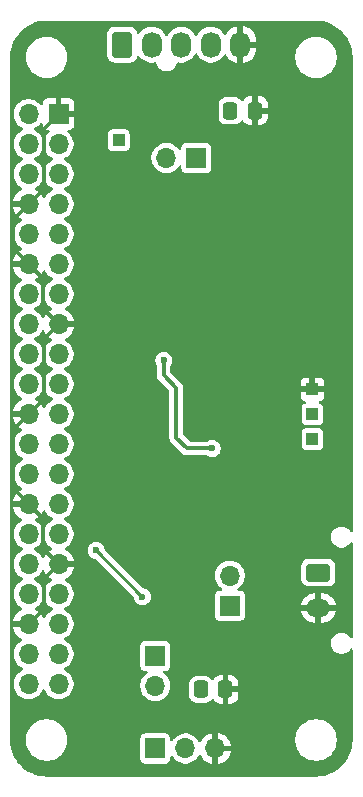
<source format=gbr>
%TF.GenerationSoftware,KiCad,Pcbnew,9.0.0*%
%TF.CreationDate,2025-04-11T15:19:07-05:00*%
%TF.ProjectId,RC-PCB,52432d50-4342-42e6-9b69-6361645f7063,rev?*%
%TF.SameCoordinates,Original*%
%TF.FileFunction,Copper,L2,Bot*%
%TF.FilePolarity,Positive*%
%FSLAX46Y46*%
G04 Gerber Fmt 4.6, Leading zero omitted, Abs format (unit mm)*
G04 Created by KiCad (PCBNEW 9.0.0) date 2025-04-11 15:19:07*
%MOMM*%
%LPD*%
G01*
G04 APERTURE LIST*
G04 Aperture macros list*
%AMRoundRect*
0 Rectangle with rounded corners*
0 $1 Rounding radius*
0 $2 $3 $4 $5 $6 $7 $8 $9 X,Y pos of 4 corners*
0 Add a 4 corners polygon primitive as box body*
4,1,4,$2,$3,$4,$5,$6,$7,$8,$9,$2,$3,0*
0 Add four circle primitives for the rounded corners*
1,1,$1+$1,$2,$3*
1,1,$1+$1,$4,$5*
1,1,$1+$1,$6,$7*
1,1,$1+$1,$8,$9*
0 Add four rect primitives between the rounded corners*
20,1,$1+$1,$2,$3,$4,$5,0*
20,1,$1+$1,$4,$5,$6,$7,0*
20,1,$1+$1,$6,$7,$8,$9,0*
20,1,$1+$1,$8,$9,$2,$3,0*%
G04 Aperture macros list end*
%TA.AperFunction,ComponentPad*%
%ADD10RoundRect,0.250000X0.600000X-0.850000X0.600000X0.850000X-0.600000X0.850000X-0.600000X-0.850000X0*%
%TD*%
%TA.AperFunction,ComponentPad*%
%ADD11O,1.700000X2.200000*%
%TD*%
%TA.AperFunction,ComponentPad*%
%ADD12RoundRect,0.250001X-0.759999X0.499999X-0.759999X-0.499999X0.759999X-0.499999X0.759999X0.499999X0*%
%TD*%
%TA.AperFunction,ComponentPad*%
%ADD13O,2.020000X1.500000*%
%TD*%
%TA.AperFunction,ComponentPad*%
%ADD14R,1.700000X1.700000*%
%TD*%
%TA.AperFunction,ComponentPad*%
%ADD15O,1.700000X1.700000*%
%TD*%
%TA.AperFunction,ComponentPad*%
%ADD16R,1.000000X1.000000*%
%TD*%
%TA.AperFunction,SMDPad,CuDef*%
%ADD17RoundRect,0.250000X-0.337500X-0.475000X0.337500X-0.475000X0.337500X0.475000X-0.337500X0.475000X0*%
%TD*%
%TA.AperFunction,ViaPad*%
%ADD18C,0.600000*%
%TD*%
%TA.AperFunction,Conductor*%
%ADD19C,0.300000*%
%TD*%
%TA.AperFunction,Conductor*%
%ADD20C,0.250000*%
%TD*%
G04 APERTURE END LIST*
D10*
%TO.P,Motor1,1,Pin_1*%
%TO.N,/Rev*%
X144300000Y-75800000D03*
D11*
%TO.P,Motor1,2,Pin_2*%
%TO.N,Net-(Motor1-Pin_2)*%
X146800000Y-75800000D03*
%TO.P,Motor1,3,Pin_3*%
%TO.N,Net-(Motor1-Pin_3)*%
X149300000Y-75800000D03*
%TO.P,Motor1,4,Pin_4*%
%TO.N,+12V*%
X151800000Y-75800000D03*
%TO.P,Motor1,5,Pin_5*%
%TO.N,GND*%
X154300000Y-75800000D03*
%TD*%
D12*
%TO.P,Battery1,1,Pin_1*%
%TO.N,Net-(Battery1-Pin_1)*%
X160900000Y-120500000D03*
D13*
%TO.P,Battery1,2,Pin_2*%
%TO.N,GND*%
X160900000Y-123500000D03*
%TD*%
D14*
%TO.P,Power,1,A*%
%TO.N,+12V*%
X153400000Y-123300000D03*
D15*
%TO.P,Power,2,B*%
%TO.N,Net-(Battery1-Pin_1)*%
X153400000Y-120760000D03*
%TD*%
D14*
%TO.P,Servo1,1,Pin_1*%
%TO.N,Net-(Servo1-Pin_1)*%
X147100000Y-135400000D03*
D15*
%TO.P,Servo1,2,Pin_2*%
%TO.N,+5V*%
X149640000Y-135400000D03*
%TO.P,Servo1,3,Pin_3*%
%TO.N,GND*%
X152180000Y-135400000D03*
%TD*%
D14*
%TO.P,Motor,1,A*%
%TO.N,/Motor_PWM*%
X150575000Y-85400000D03*
D15*
%TO.P,Motor,2,B*%
%TO.N,Net-(Motor1-Pin_2)*%
X148035000Y-85400000D03*
%TD*%
D16*
%TO.P,+5V,1,1*%
%TO.N,+5V*%
X160400000Y-107100000D03*
%TD*%
D14*
%TO.P,Servo,1,A*%
%TO.N,/Servo_PWM*%
X147100000Y-127560000D03*
D15*
%TO.P,Servo,2,B*%
%TO.N,Net-(Servo1-Pin_1)*%
X147100000Y-130100000D03*
%TD*%
D16*
%TO.P,GND,1,1*%
%TO.N,GND*%
X160400000Y-105000000D03*
%TD*%
%TO.P,Rev2,1,1*%
%TO.N,/Rev*%
X144005000Y-83900000D03*
%TD*%
%TO.P,+12V,1,1*%
%TO.N,+12V*%
X160400000Y-109200000D03*
%TD*%
D17*
%TO.P,C3,1*%
%TO.N,+12V*%
X153462500Y-81400000D03*
%TO.P,C3,2*%
%TO.N,GND*%
X155537500Y-81400000D03*
%TD*%
D14*
%TO.P,GPIO,1,Pin_1*%
%TO.N,GND*%
X138905000Y-81695000D03*
D15*
%TO.P,GPIO,2,Pin_2*%
%TO.N,unconnected-(GPIO1-Pin_2-Pad2)*%
X136365000Y-81695000D03*
%TO.P,GPIO,3,Pin_3*%
%TO.N,unconnected-(GPIO1-Pin_3-Pad3)*%
X138905000Y-84235000D03*
%TO.P,GPIO,4,Pin_4*%
%TO.N,unconnected-(GPIO1-Pin_4-Pad4)*%
X136365000Y-84235000D03*
%TO.P,GPIO,5,Pin_5*%
%TO.N,unconnected-(GPIO1-Pin_5-Pad5)*%
X138905000Y-86775000D03*
%TO.P,GPIO,6,Pin_6*%
%TO.N,unconnected-(GPIO1-Pin_6-Pad6)*%
X136365000Y-86775000D03*
%TO.P,GPIO,7,Pin_7*%
%TO.N,unconnected-(GPIO1-Pin_7-Pad7)*%
X138905000Y-89315000D03*
%TO.P,GPIO,8,Pin_8*%
%TO.N,GND*%
X136365000Y-89315000D03*
%TO.P,GPIO,9,Pin_9*%
%TO.N,unconnected-(GPIO1-Pin_9-Pad9)*%
X138905000Y-91855000D03*
%TO.P,GPIO,10,Pin_10*%
%TO.N,unconnected-(GPIO1-Pin_10-Pad10)*%
X136365000Y-91855000D03*
%TO.P,GPIO,11,Pin_11*%
%TO.N,unconnected-(GPIO1-Pin_11-Pad11)*%
X138905000Y-94395000D03*
%TO.P,GPIO,12,Pin_12*%
%TO.N,GND*%
X136365000Y-94395000D03*
%TO.P,GPIO,13,Pin_13*%
%TO.N,unconnected-(GPIO1-Pin_13-Pad13)*%
X138905000Y-96935000D03*
%TO.P,GPIO,14,Pin_14*%
%TO.N,unconnected-(GPIO1-Pin_14-Pad14)*%
X136365000Y-96935000D03*
%TO.P,GPIO,15,Pin_15*%
%TO.N,GND*%
X138905000Y-99475000D03*
%TO.P,GPIO,16,Pin_16*%
%TO.N,unconnected-(GPIO1-Pin_16-Pad16)*%
X136365000Y-99475000D03*
%TO.P,GPIO,17,Pin_17*%
%TO.N,unconnected-(GPIO1-Pin_17-Pad17)*%
X138905000Y-102015000D03*
%TO.P,GPIO,18,Pin_18*%
%TO.N,unconnected-(GPIO1-Pin_18-Pad18)*%
X136365000Y-102015000D03*
%TO.P,GPIO,19,Pin_19*%
%TO.N,unconnected-(GPIO1-Pin_19-Pad19)*%
X138905000Y-104555000D03*
%TO.P,GPIO,20,Pin_20*%
%TO.N,unconnected-(GPIO1-Pin_20-Pad20)*%
X136365000Y-104555000D03*
%TO.P,GPIO,21,Pin_21*%
%TO.N,unconnected-(GPIO1-Pin_21-Pad21)*%
X138905000Y-107095000D03*
%TO.P,GPIO,22,Pin_22*%
%TO.N,GND*%
X136365000Y-107095000D03*
%TO.P,GPIO,23,Pin_23*%
%TO.N,unconnected-(GPIO1-Pin_23-Pad23)*%
X138905000Y-109635000D03*
%TO.P,GPIO,24,Pin_24*%
%TO.N,/Motor_PWM*%
X136365000Y-109635000D03*
%TO.P,GPIO,25,Pin_25*%
%TO.N,/Rev*%
X138905000Y-112175000D03*
%TO.P,GPIO,26,Pin_26*%
%TO.N,/Servo_PWM*%
X136365000Y-112175000D03*
%TO.P,GPIO,27,Pin_27*%
%TO.N,unconnected-(GPIO1-Pin_27-Pad27)*%
X138905000Y-114715000D03*
%TO.P,GPIO,28,Pin_28*%
%TO.N,GND*%
X136365000Y-114715000D03*
%TO.P,GPIO,29,Pin_29*%
%TO.N,unconnected-(GPIO1-Pin_29-Pad29)*%
X138905000Y-117255000D03*
%TO.P,GPIO,30,Pin_30*%
%TO.N,unconnected-(GPIO1-Pin_30-Pad30)*%
X136365000Y-117255000D03*
%TO.P,GPIO,31,Pin_31*%
%TO.N,GND*%
X138905000Y-119795000D03*
%TO.P,GPIO,32,Pin_32*%
%TO.N,unconnected-(GPIO1-Pin_32-Pad32)*%
X136365000Y-119795000D03*
%TO.P,GPIO,33,Pin_33*%
%TO.N,unconnected-(GPIO1-Pin_33-Pad33)*%
X138905000Y-122335000D03*
%TO.P,GPIO,34,Pin_34*%
%TO.N,unconnected-(GPIO1-Pin_34-Pad34)*%
X136365000Y-122335000D03*
%TO.P,GPIO,35,Pin_35*%
%TO.N,unconnected-(GPIO1-Pin_35-Pad35)*%
X138905000Y-124875000D03*
%TO.P,GPIO,36,Pin_36*%
%TO.N,GND*%
X136365000Y-124875000D03*
%TO.P,GPIO,37,Pin_37*%
%TO.N,unconnected-(GPIO1-Pin_37-Pad37)*%
X138905000Y-127415000D03*
%TO.P,GPIO,38,Pin_38*%
%TO.N,+5V*%
X136365000Y-127415000D03*
%TO.P,GPIO,39,Pin_39*%
%TO.N,unconnected-(GPIO1-Pin_39-Pad39)*%
X138905000Y-129955000D03*
%TO.P,GPIO,40,Pin_40*%
%TO.N,+5V*%
X136365000Y-129955000D03*
%TD*%
D17*
%TO.P,C6,1*%
%TO.N,+5V*%
X150962500Y-130400000D03*
%TO.P,C6,2*%
%TO.N,GND*%
X153037500Y-130400000D03*
%TD*%
D18*
%TO.N,+5V*%
X150962500Y-130400000D03*
%TO.N,+12V*%
X153462500Y-81400000D03*
X151900000Y-110000000D03*
X147812500Y-102520000D03*
%TO.N,GND*%
X155500000Y-79200000D03*
X150500000Y-91387500D03*
X143000000Y-79075000D03*
X149887500Y-102500000D03*
X148100000Y-91387500D03*
X151300000Y-82200000D03*
X155537500Y-81400000D03*
X153037500Y-132500000D03*
X154000000Y-110000000D03*
X141800000Y-107062500D03*
X153037500Y-130400000D03*
%TO.N,/Servo_PWM*%
X142085000Y-118635000D03*
X146005000Y-122555000D03*
%TD*%
D19*
%TO.N,+12V*%
X148870000Y-104870000D02*
X148870000Y-109070000D01*
X149800000Y-110000000D02*
X151900000Y-110000000D01*
X147800000Y-102532500D02*
X147800000Y-103800000D01*
X147812500Y-102520000D02*
X147800000Y-102532500D01*
X147800000Y-103800000D02*
X148870000Y-104870000D01*
X148870000Y-109070000D02*
X149800000Y-110000000D01*
%TO.N,GND*%
X138905000Y-99475000D02*
X137620000Y-98190000D01*
X136365000Y-124875000D02*
X137640000Y-123600000D01*
X138905000Y-119795000D02*
X137620000Y-118510000D01*
X135030000Y-93060000D02*
X135030000Y-90650000D01*
X137620000Y-115970000D02*
X136365000Y-114715000D01*
X137640000Y-100740000D02*
X138905000Y-99475000D01*
X137640000Y-121060000D02*
X138905000Y-119795000D01*
X136365000Y-114715000D02*
X135020000Y-113370000D01*
X137620000Y-95650000D02*
X136365000Y-94395000D01*
X137650000Y-82950000D02*
X138905000Y-81695000D01*
X136365000Y-94395000D02*
X135030000Y-93060000D01*
X137620000Y-98190000D02*
X137620000Y-95650000D01*
X137640000Y-105820000D02*
X137640000Y-100740000D01*
X137620000Y-118510000D02*
X137620000Y-115970000D01*
X137650000Y-88030000D02*
X137650000Y-82950000D01*
X136365000Y-107095000D02*
X137640000Y-105820000D01*
X136365000Y-89315000D02*
X137650000Y-88030000D01*
X135030000Y-90650000D02*
X136365000Y-89315000D01*
X137640000Y-123600000D02*
X137640000Y-121060000D01*
X135020000Y-113370000D02*
X135020000Y-108440000D01*
X135020000Y-108440000D02*
X136365000Y-107095000D01*
D20*
%TO.N,/Servo_PWM*%
X142085000Y-118635000D02*
X146005000Y-122555000D01*
%TD*%
%TA.AperFunction,Conductor*%
%TO.N,GND*%
G36*
X137708539Y-122796543D02*
G01*
X137727664Y-122822867D01*
X137818364Y-123000875D01*
X137818367Y-123000880D01*
X137818371Y-123000887D01*
X137935917Y-123162675D01*
X138077325Y-123304083D01*
X138239113Y-123421629D01*
X138239119Y-123421632D01*
X138417133Y-123512336D01*
X138462582Y-123557786D01*
X138472636Y-123621270D01*
X138443456Y-123678540D01*
X138417133Y-123697664D01*
X138239119Y-123788367D01*
X138239112Y-123788372D01*
X138077323Y-123905918D01*
X137935918Y-124047323D01*
X137935917Y-124047325D01*
X137837274Y-124183096D01*
X137818372Y-124209112D01*
X137818367Y-124209119D01*
X137772276Y-124299578D01*
X137726826Y-124345027D01*
X137663342Y-124355081D01*
X137606072Y-124325900D01*
X137586947Y-124299577D01*
X137519624Y-124167447D01*
X137519622Y-124167445D01*
X137394720Y-123995532D01*
X137244467Y-123845279D01*
X137072554Y-123720377D01*
X137072552Y-123720375D01*
X136940422Y-123653052D01*
X136894972Y-123607602D01*
X136884917Y-123544118D01*
X136914098Y-123486848D01*
X136940414Y-123467727D01*
X137030887Y-123421629D01*
X137192675Y-123304083D01*
X137334083Y-123162675D01*
X137451629Y-123000887D01*
X137504927Y-122896285D01*
X137542336Y-122822867D01*
X137587785Y-122777417D01*
X137651270Y-122767362D01*
X137708539Y-122796543D01*
G37*
%TD.AperFunction*%
%TA.AperFunction,Conductor*%
G36*
X137621332Y-120322395D02*
G01*
X137637602Y-120324972D01*
X137649250Y-120336620D01*
X137663926Y-120344098D01*
X137683052Y-120370422D01*
X137750375Y-120502552D01*
X137750377Y-120502554D01*
X137875279Y-120674467D01*
X138025532Y-120824720D01*
X138197445Y-120949622D01*
X138197447Y-120949624D01*
X138329577Y-121016947D01*
X138375027Y-121062397D01*
X138385082Y-121125881D01*
X138355901Y-121183151D01*
X138329578Y-121202276D01*
X138239119Y-121248367D01*
X138239112Y-121248372D01*
X138077323Y-121365918D01*
X137935918Y-121507323D01*
X137862614Y-121608217D01*
X137857020Y-121615918D01*
X137818372Y-121669112D01*
X137818367Y-121669119D01*
X137727664Y-121847133D01*
X137682214Y-121892582D01*
X137618730Y-121902636D01*
X137561460Y-121873456D01*
X137542336Y-121847133D01*
X137451632Y-121669119D01*
X137451629Y-121669113D01*
X137334083Y-121507325D01*
X137192675Y-121365917D01*
X137030887Y-121248371D01*
X137030880Y-121248367D01*
X137030875Y-121248364D01*
X136852867Y-121157664D01*
X136807417Y-121112215D01*
X136797362Y-121048730D01*
X136826543Y-120991461D01*
X136852867Y-120972336D01*
X137030875Y-120881635D01*
X137030874Y-120881635D01*
X137030887Y-120881629D01*
X137192675Y-120764083D01*
X137334083Y-120622675D01*
X137451629Y-120460887D01*
X137497725Y-120370418D01*
X137509370Y-120358773D01*
X137516848Y-120344098D01*
X137531523Y-120336620D01*
X137543172Y-120324972D01*
X137559441Y-120322395D01*
X137574118Y-120314917D01*
X137590387Y-120317493D01*
X137606656Y-120314917D01*
X137621332Y-120322395D01*
G37*
%TD.AperFunction*%
%TA.AperFunction,Conductor*%
G36*
X137708539Y-117716543D02*
G01*
X137727664Y-117742867D01*
X137818364Y-117920875D01*
X137818367Y-117920880D01*
X137818371Y-117920887D01*
X137935917Y-118082675D01*
X138077325Y-118224083D01*
X138239113Y-118341629D01*
X138329579Y-118387724D01*
X138375027Y-118433172D01*
X138385082Y-118496656D01*
X138355901Y-118553926D01*
X138329577Y-118573051D01*
X138197457Y-118640369D01*
X138197445Y-118640377D01*
X138025532Y-118765279D01*
X137875279Y-118915532D01*
X137750377Y-119087445D01*
X137750369Y-119087457D01*
X137683051Y-119219577D01*
X137637602Y-119265027D01*
X137574117Y-119275082D01*
X137516848Y-119245901D01*
X137497725Y-119219581D01*
X137451629Y-119129113D01*
X137334083Y-118967325D01*
X137192675Y-118825917D01*
X137030887Y-118708371D01*
X137030880Y-118708367D01*
X137030875Y-118708364D01*
X136852867Y-118617664D01*
X136807417Y-118572215D01*
X136797362Y-118508730D01*
X136826543Y-118451461D01*
X136852867Y-118432336D01*
X137030875Y-118341635D01*
X137030874Y-118341635D01*
X137030887Y-118341629D01*
X137192675Y-118224083D01*
X137334083Y-118082675D01*
X137451629Y-117920887D01*
X137534475Y-117758294D01*
X137542336Y-117742867D01*
X137587785Y-117697417D01*
X137651270Y-117687362D01*
X137708539Y-117716543D01*
G37*
%TD.AperFunction*%
%TA.AperFunction,Conductor*%
G36*
X137710557Y-115242395D02*
G01*
X137726827Y-115244972D01*
X137738474Y-115256619D01*
X137753151Y-115264098D01*
X137772276Y-115290422D01*
X137818364Y-115380875D01*
X137818367Y-115380880D01*
X137818371Y-115380887D01*
X137935917Y-115542675D01*
X138077325Y-115684083D01*
X138239113Y-115801629D01*
X138239119Y-115801632D01*
X138417133Y-115892336D01*
X138462582Y-115937786D01*
X138472636Y-116001270D01*
X138443456Y-116058540D01*
X138417133Y-116077664D01*
X138239119Y-116168367D01*
X138239112Y-116168372D01*
X138077323Y-116285918D01*
X137935918Y-116427323D01*
X137818372Y-116589112D01*
X137818367Y-116589119D01*
X137727664Y-116767133D01*
X137682214Y-116812582D01*
X137618730Y-116822636D01*
X137561460Y-116793456D01*
X137542336Y-116767133D01*
X137451632Y-116589119D01*
X137451629Y-116589113D01*
X137334083Y-116427325D01*
X137192675Y-116285917D01*
X137030887Y-116168371D01*
X137030880Y-116168367D01*
X137030875Y-116168364D01*
X136940422Y-116122276D01*
X136894972Y-116076827D01*
X136884917Y-116013342D01*
X136914098Y-115956073D01*
X136940422Y-115936947D01*
X137072552Y-115869623D01*
X137072554Y-115869622D01*
X137244467Y-115744720D01*
X137394720Y-115594467D01*
X137519622Y-115422554D01*
X137519623Y-115422552D01*
X137586947Y-115290422D01*
X137598594Y-115278774D01*
X137606073Y-115264098D01*
X137620750Y-115256619D01*
X137632397Y-115244973D01*
X137648663Y-115242396D01*
X137663342Y-115234917D01*
X137679612Y-115237493D01*
X137695881Y-115234917D01*
X137710557Y-115242395D01*
G37*
%TD.AperFunction*%
%TA.AperFunction,Conductor*%
G36*
X137665946Y-104994840D02*
G01*
X137682215Y-104997417D01*
X137693862Y-105009064D01*
X137708539Y-105016543D01*
X137727664Y-105042867D01*
X137818364Y-105220875D01*
X137818367Y-105220880D01*
X137818371Y-105220887D01*
X137935917Y-105382675D01*
X138077325Y-105524083D01*
X138239113Y-105641629D01*
X138239119Y-105641632D01*
X138417133Y-105732336D01*
X138462582Y-105777786D01*
X138472636Y-105841270D01*
X138443456Y-105898540D01*
X138417133Y-105917664D01*
X138239119Y-106008367D01*
X138239112Y-106008372D01*
X138077323Y-106125918D01*
X137935918Y-106267323D01*
X137818372Y-106429112D01*
X137818367Y-106429119D01*
X137772276Y-106519578D01*
X137726826Y-106565027D01*
X137663342Y-106575081D01*
X137606072Y-106545900D01*
X137586947Y-106519577D01*
X137519624Y-106387447D01*
X137519622Y-106387445D01*
X137394720Y-106215532D01*
X137244467Y-106065279D01*
X137072554Y-105940377D01*
X137072552Y-105940375D01*
X136940422Y-105873052D01*
X136894972Y-105827602D01*
X136884917Y-105764118D01*
X136914098Y-105706848D01*
X136940414Y-105687727D01*
X137030887Y-105641629D01*
X137192675Y-105524083D01*
X137334083Y-105382675D01*
X137451629Y-105220887D01*
X137466951Y-105190815D01*
X137542336Y-105042867D01*
X137553982Y-105031220D01*
X137561461Y-105016543D01*
X137576137Y-105009064D01*
X137587785Y-104997417D01*
X137604053Y-104994840D01*
X137618730Y-104987362D01*
X137635000Y-104989938D01*
X137651270Y-104987362D01*
X137665946Y-104994840D01*
G37*
%TD.AperFunction*%
%TA.AperFunction,Conductor*%
G36*
X137708539Y-102476543D02*
G01*
X137727664Y-102502867D01*
X137818364Y-102680875D01*
X137818367Y-102680880D01*
X137818371Y-102680887D01*
X137935917Y-102842675D01*
X138077325Y-102984083D01*
X138239113Y-103101629D01*
X138239119Y-103101632D01*
X138417133Y-103192336D01*
X138462582Y-103237786D01*
X138472636Y-103301270D01*
X138443456Y-103358540D01*
X138417133Y-103377664D01*
X138239119Y-103468367D01*
X138239112Y-103468372D01*
X138077323Y-103585918D01*
X137935918Y-103727323D01*
X137818372Y-103889112D01*
X137818367Y-103889119D01*
X137727664Y-104067133D01*
X137682214Y-104112582D01*
X137618730Y-104122636D01*
X137561460Y-104093456D01*
X137542336Y-104067133D01*
X137451632Y-103889119D01*
X137451629Y-103889113D01*
X137334083Y-103727325D01*
X137192675Y-103585917D01*
X137030887Y-103468371D01*
X137030880Y-103468367D01*
X137030875Y-103468364D01*
X136852867Y-103377664D01*
X136807417Y-103332215D01*
X136797362Y-103268730D01*
X136826543Y-103211461D01*
X136852867Y-103192336D01*
X137030875Y-103101635D01*
X137030874Y-103101635D01*
X137030887Y-103101629D01*
X137192675Y-102984083D01*
X137334083Y-102842675D01*
X137451629Y-102680887D01*
X137497448Y-102590963D01*
X137542336Y-102502867D01*
X137587785Y-102457417D01*
X137651270Y-102447362D01*
X137708539Y-102476543D01*
G37*
%TD.AperFunction*%
%TA.AperFunction,Conductor*%
G36*
X137621332Y-100002395D02*
G01*
X137637602Y-100004972D01*
X137649250Y-100016620D01*
X137663926Y-100024098D01*
X137683052Y-100050422D01*
X137750375Y-100182552D01*
X137750377Y-100182554D01*
X137875279Y-100354467D01*
X138025532Y-100504720D01*
X138197445Y-100629622D01*
X138197447Y-100629624D01*
X138329577Y-100696947D01*
X138375027Y-100742397D01*
X138385082Y-100805881D01*
X138355901Y-100863151D01*
X138329578Y-100882276D01*
X138239119Y-100928367D01*
X138239112Y-100928372D01*
X138077323Y-101045918D01*
X137935918Y-101187323D01*
X137818372Y-101349112D01*
X137818367Y-101349119D01*
X137727664Y-101527133D01*
X137682214Y-101572582D01*
X137618730Y-101582636D01*
X137561460Y-101553456D01*
X137542336Y-101527133D01*
X137451632Y-101349119D01*
X137451629Y-101349113D01*
X137334083Y-101187325D01*
X137192675Y-101045917D01*
X137030887Y-100928371D01*
X137030880Y-100928367D01*
X137030875Y-100928364D01*
X136852867Y-100837664D01*
X136807417Y-100792215D01*
X136797362Y-100728730D01*
X136826543Y-100671461D01*
X136852867Y-100652336D01*
X137030875Y-100561635D01*
X137030874Y-100561635D01*
X137030887Y-100561629D01*
X137192675Y-100444083D01*
X137334083Y-100302675D01*
X137451629Y-100140887D01*
X137497725Y-100050418D01*
X137509370Y-100038773D01*
X137516848Y-100024098D01*
X137531523Y-100016620D01*
X137543172Y-100004972D01*
X137559441Y-100002395D01*
X137574118Y-99994917D01*
X137590387Y-99997493D01*
X137606656Y-99994917D01*
X137621332Y-100002395D01*
G37*
%TD.AperFunction*%
%TA.AperFunction,Conductor*%
G36*
X137708539Y-97396543D02*
G01*
X137727664Y-97422867D01*
X137818364Y-97600875D01*
X137818367Y-97600880D01*
X137818371Y-97600887D01*
X137935917Y-97762675D01*
X138077325Y-97904083D01*
X138239113Y-98021629D01*
X138329579Y-98067724D01*
X138375027Y-98113172D01*
X138385082Y-98176656D01*
X138355901Y-98233926D01*
X138329577Y-98253051D01*
X138197457Y-98320369D01*
X138197445Y-98320377D01*
X138025532Y-98445279D01*
X137875279Y-98595532D01*
X137750377Y-98767445D01*
X137750369Y-98767457D01*
X137683051Y-98899577D01*
X137637602Y-98945027D01*
X137574117Y-98955082D01*
X137516848Y-98925901D01*
X137497725Y-98899581D01*
X137451629Y-98809113D01*
X137334083Y-98647325D01*
X137192675Y-98505917D01*
X137030887Y-98388371D01*
X137030880Y-98388367D01*
X137030875Y-98388364D01*
X136852867Y-98297664D01*
X136807417Y-98252215D01*
X136797362Y-98188730D01*
X136826543Y-98131461D01*
X136852867Y-98112336D01*
X137030875Y-98021635D01*
X137030874Y-98021635D01*
X137030887Y-98021629D01*
X137192675Y-97904083D01*
X137334083Y-97762675D01*
X137451629Y-97600887D01*
X137466951Y-97570815D01*
X137542336Y-97422867D01*
X137587785Y-97377417D01*
X137651270Y-97367362D01*
X137708539Y-97396543D01*
G37*
%TD.AperFunction*%
%TA.AperFunction,Conductor*%
G36*
X137710557Y-94922395D02*
G01*
X137726827Y-94924972D01*
X137738474Y-94936619D01*
X137753151Y-94944098D01*
X137772276Y-94970422D01*
X137818364Y-95060875D01*
X137818367Y-95060880D01*
X137818371Y-95060887D01*
X137935917Y-95222675D01*
X138077325Y-95364083D01*
X138239113Y-95481629D01*
X138239119Y-95481632D01*
X138417133Y-95572336D01*
X138462582Y-95617786D01*
X138472636Y-95681270D01*
X138443456Y-95738540D01*
X138417133Y-95757664D01*
X138239119Y-95848367D01*
X138239112Y-95848372D01*
X138077323Y-95965918D01*
X137935918Y-96107323D01*
X137818372Y-96269112D01*
X137818367Y-96269119D01*
X137727664Y-96447133D01*
X137682214Y-96492582D01*
X137618730Y-96502636D01*
X137561460Y-96473456D01*
X137542336Y-96447133D01*
X137451632Y-96269119D01*
X137451629Y-96269113D01*
X137334083Y-96107325D01*
X137192675Y-95965917D01*
X137030887Y-95848371D01*
X137030880Y-95848367D01*
X137030875Y-95848364D01*
X136940422Y-95802276D01*
X136894972Y-95756827D01*
X136884917Y-95693342D01*
X136914098Y-95636073D01*
X136940422Y-95616947D01*
X137072552Y-95549623D01*
X137072554Y-95549622D01*
X137244467Y-95424720D01*
X137394720Y-95274467D01*
X137519622Y-95102554D01*
X137519623Y-95102552D01*
X137586947Y-94970422D01*
X137598594Y-94958774D01*
X137606073Y-94944098D01*
X137620750Y-94936619D01*
X137632397Y-94924973D01*
X137648663Y-94922396D01*
X137663342Y-94914917D01*
X137679612Y-94917493D01*
X137695881Y-94914917D01*
X137710557Y-94922395D01*
G37*
%TD.AperFunction*%
%TA.AperFunction,Conductor*%
G36*
X137708539Y-87236543D02*
G01*
X137727664Y-87262867D01*
X137818364Y-87440875D01*
X137818367Y-87440880D01*
X137818371Y-87440887D01*
X137935917Y-87602675D01*
X138077325Y-87744083D01*
X138239113Y-87861629D01*
X138239119Y-87861632D01*
X138417133Y-87952336D01*
X138462582Y-87997786D01*
X138472636Y-88061270D01*
X138443456Y-88118540D01*
X138417133Y-88137664D01*
X138239119Y-88228367D01*
X138239112Y-88228372D01*
X138077323Y-88345918D01*
X137935918Y-88487323D01*
X137818372Y-88649112D01*
X137818367Y-88649119D01*
X137772276Y-88739578D01*
X137726826Y-88785027D01*
X137663342Y-88795081D01*
X137606072Y-88765900D01*
X137586947Y-88739577D01*
X137519624Y-88607447D01*
X137519622Y-88607445D01*
X137394720Y-88435532D01*
X137244467Y-88285279D01*
X137072554Y-88160377D01*
X137072552Y-88160375D01*
X136940422Y-88093052D01*
X136894972Y-88047602D01*
X136884917Y-87984118D01*
X136914098Y-87926848D01*
X136940414Y-87907727D01*
X137030887Y-87861629D01*
X137192675Y-87744083D01*
X137334083Y-87602675D01*
X137451629Y-87440887D01*
X137466951Y-87410815D01*
X137542336Y-87262867D01*
X137587785Y-87217417D01*
X137651270Y-87207362D01*
X137708539Y-87236543D01*
G37*
%TD.AperFunction*%
%TA.AperFunction,Conductor*%
G36*
X137665946Y-84674840D02*
G01*
X137682215Y-84677417D01*
X137693862Y-84689064D01*
X137708539Y-84696543D01*
X137727664Y-84722867D01*
X137818364Y-84900875D01*
X137818367Y-84900880D01*
X137818371Y-84900887D01*
X137935917Y-85062675D01*
X138077325Y-85204083D01*
X138239113Y-85321629D01*
X138239119Y-85321632D01*
X138417133Y-85412336D01*
X138462582Y-85457786D01*
X138472636Y-85521270D01*
X138443456Y-85578540D01*
X138417133Y-85597664D01*
X138239119Y-85688367D01*
X138239114Y-85688370D01*
X138239113Y-85688371D01*
X138226529Y-85697514D01*
X138077323Y-85805918D01*
X137935918Y-85947323D01*
X137818372Y-86109112D01*
X137818367Y-86109119D01*
X137727664Y-86287133D01*
X137682214Y-86332582D01*
X137618730Y-86342636D01*
X137561460Y-86313456D01*
X137542336Y-86287133D01*
X137451632Y-86109119D01*
X137451629Y-86109113D01*
X137334083Y-85947325D01*
X137192675Y-85805917D01*
X137030887Y-85688371D01*
X137030880Y-85688367D01*
X137030875Y-85688364D01*
X136852867Y-85597664D01*
X136807417Y-85552215D01*
X136797362Y-85488730D01*
X136826543Y-85431461D01*
X136852867Y-85412336D01*
X137030875Y-85321635D01*
X137030874Y-85321635D01*
X137030887Y-85321629D01*
X137192675Y-85204083D01*
X137334083Y-85062675D01*
X137451629Y-84900887D01*
X137531347Y-84744433D01*
X137542336Y-84722867D01*
X137553982Y-84711220D01*
X137561461Y-84696543D01*
X137576137Y-84689064D01*
X137587785Y-84677417D01*
X137604053Y-84674840D01*
X137618730Y-84667362D01*
X137635000Y-84669938D01*
X137651270Y-84667362D01*
X137665946Y-84674840D01*
G37*
%TD.AperFunction*%
%TA.AperFunction,Conductor*%
G36*
X137535137Y-82477557D02*
G01*
X137555000Y-82538686D01*
X137555000Y-82592830D01*
X137561401Y-82652371D01*
X137561401Y-82652372D01*
X137611647Y-82787090D01*
X137697811Y-82902188D01*
X137812909Y-82988352D01*
X137947628Y-83038598D01*
X138007169Y-83045000D01*
X138061313Y-83045000D01*
X138122443Y-83064862D01*
X138160223Y-83116862D01*
X138160223Y-83181138D01*
X138122444Y-83233135D01*
X138106288Y-83244873D01*
X138077328Y-83265914D01*
X138077321Y-83265920D01*
X137935918Y-83407323D01*
X137818372Y-83569112D01*
X137818367Y-83569119D01*
X137727664Y-83747133D01*
X137682214Y-83792582D01*
X137618730Y-83802636D01*
X137561460Y-83773456D01*
X137542336Y-83747133D01*
X137451632Y-83569119D01*
X137451629Y-83569113D01*
X137334083Y-83407325D01*
X137192675Y-83265917D01*
X137030887Y-83148371D01*
X137030880Y-83148367D01*
X137030875Y-83148364D01*
X136852867Y-83057664D01*
X136807417Y-83012215D01*
X136797362Y-82948730D01*
X136826543Y-82891461D01*
X136852867Y-82872336D01*
X137030875Y-82781635D01*
X137030874Y-82781635D01*
X137030887Y-82781629D01*
X137192675Y-82664083D01*
X137334083Y-82522675D01*
X137366862Y-82477557D01*
X137418862Y-82439777D01*
X137483137Y-82439777D01*
X137535137Y-82477557D01*
G37*
%TD.AperFunction*%
%TA.AperFunction,Conductor*%
G36*
X160707728Y-73775642D02*
G01*
X161023539Y-73792193D01*
X161034356Y-73793329D01*
X161344051Y-73842381D01*
X161354686Y-73844642D01*
X161657543Y-73925792D01*
X161667878Y-73929150D01*
X161960588Y-74041511D01*
X161970530Y-74045937D01*
X162249891Y-74188278D01*
X162259319Y-74193721D01*
X162522275Y-74364488D01*
X162531081Y-74370887D01*
X162774732Y-74568191D01*
X162782822Y-74575475D01*
X163004524Y-74797177D01*
X163011808Y-74805267D01*
X163209112Y-75048918D01*
X163215511Y-75057724D01*
X163386278Y-75320680D01*
X163391721Y-75330108D01*
X163534062Y-75609469D01*
X163538489Y-75619414D01*
X163650846Y-75912112D01*
X163654210Y-75922465D01*
X163735355Y-76225306D01*
X163737619Y-76235954D01*
X163786669Y-76545639D01*
X163787806Y-76556465D01*
X163804357Y-76872271D01*
X163804500Y-76877714D01*
X163804500Y-116976844D01*
X163784638Y-117037974D01*
X163732638Y-117075754D01*
X163668362Y-117075754D01*
X163616362Y-117037974D01*
X163614027Y-117034623D01*
X163547813Y-116935526D01*
X163424474Y-116812187D01*
X163279442Y-116715280D01*
X163279440Y-116715279D01*
X163118294Y-116648530D01*
X163118294Y-116648529D01*
X163044972Y-116633945D01*
X162947214Y-116614500D01*
X162772786Y-116614500D01*
X162687247Y-116631514D01*
X162601705Y-116648529D01*
X162601705Y-116648530D01*
X162440559Y-116715279D01*
X162440557Y-116715280D01*
X162295528Y-116812185D01*
X162295520Y-116812192D01*
X162172192Y-116935520D01*
X162172185Y-116935528D01*
X162075280Y-117080557D01*
X162075279Y-117080559D01*
X162008530Y-117241705D01*
X162008529Y-117241705D01*
X161985997Y-117354987D01*
X161974500Y-117412786D01*
X161974500Y-117587214D01*
X161991514Y-117672752D01*
X162008529Y-117758294D01*
X162073233Y-117914500D01*
X162075280Y-117919442D01*
X162172187Y-118064474D01*
X162295526Y-118187813D01*
X162440558Y-118284720D01*
X162601705Y-118351469D01*
X162601705Y-118351470D01*
X162601708Y-118351470D01*
X162601709Y-118351471D01*
X162772786Y-118385500D01*
X162772791Y-118385500D01*
X162947209Y-118385500D01*
X162947214Y-118385500D01*
X163118291Y-118351471D01*
X163118292Y-118351470D01*
X163118294Y-118351470D01*
X163118294Y-118351469D01*
X163279442Y-118284720D01*
X163424474Y-118187813D01*
X163547813Y-118064474D01*
X163614029Y-117965374D01*
X163664503Y-117925583D01*
X163728729Y-117923060D01*
X163782173Y-117958769D01*
X163804420Y-118019072D01*
X163804500Y-118023155D01*
X163804500Y-125976844D01*
X163784638Y-126037974D01*
X163732638Y-126075754D01*
X163668362Y-126075754D01*
X163616362Y-126037974D01*
X163614027Y-126034623D01*
X163610686Y-126029623D01*
X163547813Y-125935526D01*
X163424474Y-125812187D01*
X163279442Y-125715280D01*
X163279440Y-125715279D01*
X163118294Y-125648530D01*
X163118294Y-125648529D01*
X163044972Y-125633945D01*
X162947214Y-125614500D01*
X162772786Y-125614500D01*
X162687247Y-125631514D01*
X162601705Y-125648529D01*
X162601705Y-125648530D01*
X162440559Y-125715279D01*
X162440557Y-125715280D01*
X162295528Y-125812185D01*
X162295520Y-125812192D01*
X162172192Y-125935520D01*
X162172185Y-125935528D01*
X162075280Y-126080557D01*
X162075279Y-126080559D01*
X162008530Y-126241705D01*
X162008529Y-126241705D01*
X161991292Y-126328364D01*
X161974500Y-126412786D01*
X161974500Y-126587214D01*
X161991514Y-126672752D01*
X162008529Y-126758294D01*
X162075279Y-126919440D01*
X162075280Y-126919442D01*
X162172187Y-127064474D01*
X162295526Y-127187813D01*
X162440558Y-127284720D01*
X162601705Y-127351469D01*
X162601705Y-127351470D01*
X162601708Y-127351470D01*
X162601709Y-127351471D01*
X162772786Y-127385500D01*
X162772791Y-127385500D01*
X162947209Y-127385500D01*
X162947214Y-127385500D01*
X163118291Y-127351471D01*
X163118292Y-127351470D01*
X163118294Y-127351470D01*
X163118294Y-127351469D01*
X163279442Y-127284720D01*
X163424474Y-127187813D01*
X163547813Y-127064474D01*
X163614029Y-126965374D01*
X163664503Y-126925583D01*
X163728729Y-126923060D01*
X163782173Y-126958769D01*
X163804420Y-127019072D01*
X163804500Y-127023155D01*
X163804500Y-134672285D01*
X163804357Y-134677728D01*
X163787806Y-134993534D01*
X163786669Y-135004360D01*
X163737619Y-135314045D01*
X163735355Y-135324693D01*
X163654210Y-135627534D01*
X163650846Y-135637887D01*
X163538489Y-135930585D01*
X163534062Y-135940530D01*
X163391721Y-136219891D01*
X163386278Y-136229319D01*
X163215511Y-136492275D01*
X163209112Y-136501081D01*
X163011808Y-136744732D01*
X163004524Y-136752822D01*
X162782822Y-136974524D01*
X162774732Y-136981808D01*
X162531081Y-137179112D01*
X162522275Y-137185511D01*
X162259319Y-137356278D01*
X162249891Y-137361721D01*
X161970530Y-137504062D01*
X161960585Y-137508489D01*
X161667887Y-137620846D01*
X161657534Y-137624210D01*
X161354693Y-137705355D01*
X161344045Y-137707619D01*
X161034360Y-137756669D01*
X161023534Y-137757806D01*
X160707729Y-137774357D01*
X160702286Y-137774500D01*
X137907714Y-137774500D01*
X137902271Y-137774357D01*
X137586465Y-137757806D01*
X137575639Y-137756669D01*
X137265954Y-137707619D01*
X137255306Y-137705355D01*
X136952465Y-137624210D01*
X136942112Y-137620846D01*
X136649414Y-137508489D01*
X136639469Y-137504062D01*
X136360108Y-137361721D01*
X136350680Y-137356278D01*
X136087724Y-137185511D01*
X136078918Y-137179112D01*
X135835267Y-136981808D01*
X135827177Y-136974524D01*
X135605475Y-136752822D01*
X135598191Y-136744732D01*
X135400887Y-136501081D01*
X135394488Y-136492275D01*
X135223721Y-136229319D01*
X135218278Y-136219891D01*
X135174316Y-136133611D01*
X135075935Y-135940527D01*
X135071510Y-135930585D01*
X135067415Y-135919917D01*
X134959150Y-135637878D01*
X134955792Y-135627543D01*
X134874642Y-135324686D01*
X134872380Y-135314045D01*
X134869157Y-135293698D01*
X134823329Y-135004356D01*
X134822193Y-134993534D01*
X134816336Y-134881779D01*
X134805643Y-134677728D01*
X134805500Y-134672285D01*
X134805500Y-134560255D01*
X136154500Y-134560255D01*
X136154500Y-134789744D01*
X136184450Y-135017225D01*
X136184453Y-135017241D01*
X136243840Y-135238880D01*
X136243839Y-135238880D01*
X136274974Y-135314045D01*
X136331656Y-135450888D01*
X136446389Y-135649612D01*
X136586081Y-135831661D01*
X136748339Y-135993919D01*
X136930388Y-136133611D01*
X137129112Y-136248344D01*
X137341113Y-136336158D01*
X137341116Y-136336158D01*
X137341119Y-136336160D01*
X137406966Y-136353803D01*
X137562762Y-136395548D01*
X137691080Y-136412441D01*
X137790255Y-136425499D01*
X137790262Y-136425499D01*
X137790266Y-136425500D01*
X137790269Y-136425500D01*
X138019731Y-136425500D01*
X138019734Y-136425500D01*
X138019738Y-136425499D01*
X138019744Y-136425499D01*
X138089787Y-136416277D01*
X138247238Y-136395548D01*
X138468887Y-136336158D01*
X138680888Y-136248344D01*
X138879612Y-136133611D01*
X139061661Y-135993919D01*
X139223919Y-135831661D01*
X139363611Y-135649612D01*
X139478344Y-135450888D01*
X139566158Y-135238887D01*
X139625548Y-135017238D01*
X139655500Y-134789734D01*
X139655500Y-134560266D01*
X139655499Y-134560255D01*
X139651041Y-134526392D01*
X139649792Y-134516902D01*
X145829500Y-134516902D01*
X145829500Y-136283090D01*
X145829501Y-136283096D01*
X145845095Y-136381562D01*
X145845096Y-136381563D01*
X145845096Y-136381564D01*
X145905566Y-136500244D01*
X145999755Y-136594433D01*
X146110956Y-136651093D01*
X146118438Y-136654905D01*
X146216903Y-136670500D01*
X147983096Y-136670499D01*
X148081562Y-136654905D01*
X148200245Y-136594433D01*
X148294433Y-136500245D01*
X148354905Y-136381562D01*
X148370500Y-136283097D01*
X148370499Y-136134262D01*
X148390361Y-136073135D01*
X148442361Y-136035354D01*
X148506636Y-136035354D01*
X148558636Y-136073134D01*
X148670917Y-136227675D01*
X148812325Y-136369083D01*
X148974113Y-136486629D01*
X149152297Y-136577419D01*
X149342490Y-136639216D01*
X149540009Y-136670500D01*
X149540013Y-136670500D01*
X149739987Y-136670500D01*
X149739991Y-136670500D01*
X149937510Y-136639216D01*
X150127703Y-136577419D01*
X150305887Y-136486629D01*
X150467675Y-136369083D01*
X150609083Y-136227675D01*
X150726629Y-136065887D01*
X150772725Y-135975418D01*
X150818172Y-135929972D01*
X150881656Y-135919917D01*
X150938926Y-135949098D01*
X150958052Y-135975422D01*
X151025375Y-136107552D01*
X151025377Y-136107554D01*
X151150279Y-136279467D01*
X151300532Y-136429720D01*
X151472445Y-136554622D01*
X151472447Y-136554624D01*
X151661779Y-136651093D01*
X151661778Y-136651093D01*
X151863869Y-136716756D01*
X151930000Y-136727230D01*
X151930000Y-135833012D01*
X151987007Y-135865925D01*
X152114174Y-135900000D01*
X152245826Y-135900000D01*
X152372993Y-135865925D01*
X152430000Y-135833012D01*
X152430000Y-136727230D01*
X152496130Y-136716756D01*
X152698220Y-136651093D01*
X152887552Y-136554624D01*
X152887554Y-136554622D01*
X153059467Y-136429720D01*
X153209720Y-136279467D01*
X153334622Y-136107554D01*
X153334624Y-136107552D01*
X153431093Y-135918220D01*
X153496756Y-135716130D01*
X153507231Y-135650000D01*
X152613012Y-135650000D01*
X152645925Y-135592993D01*
X152680000Y-135465826D01*
X152680000Y-135334174D01*
X152645925Y-135207007D01*
X152613012Y-135150000D01*
X153507231Y-135150000D01*
X153496756Y-135083869D01*
X153431093Y-134881779D01*
X153334624Y-134692447D01*
X153334622Y-134692445D01*
X153280528Y-134617991D01*
X153238580Y-134560255D01*
X158954500Y-134560255D01*
X158954500Y-134789744D01*
X158984450Y-135017225D01*
X158984453Y-135017241D01*
X159043840Y-135238880D01*
X159043839Y-135238880D01*
X159074974Y-135314045D01*
X159131656Y-135450888D01*
X159246389Y-135649612D01*
X159386081Y-135831661D01*
X159548339Y-135993919D01*
X159730388Y-136133611D01*
X159929112Y-136248344D01*
X160141113Y-136336158D01*
X160141116Y-136336158D01*
X160141119Y-136336160D01*
X160206966Y-136353803D01*
X160362762Y-136395548D01*
X160491080Y-136412441D01*
X160590255Y-136425499D01*
X160590262Y-136425499D01*
X160590266Y-136425500D01*
X160590269Y-136425500D01*
X160819731Y-136425500D01*
X160819734Y-136425500D01*
X160819738Y-136425499D01*
X160819744Y-136425499D01*
X160889787Y-136416277D01*
X161047238Y-136395548D01*
X161268887Y-136336158D01*
X161480888Y-136248344D01*
X161679612Y-136133611D01*
X161861661Y-135993919D01*
X162023919Y-135831661D01*
X162163611Y-135649612D01*
X162278344Y-135450888D01*
X162366158Y-135238887D01*
X162425548Y-135017238D01*
X162455500Y-134789734D01*
X162455500Y-134560266D01*
X162451040Y-134526392D01*
X162438471Y-134430918D01*
X162425548Y-134332762D01*
X162366158Y-134111113D01*
X162278344Y-133899112D01*
X162163611Y-133700388D01*
X162023919Y-133518339D01*
X161861661Y-133356081D01*
X161679612Y-133216389D01*
X161480888Y-133101656D01*
X161268887Y-133013842D01*
X161268880Y-133013839D01*
X161080164Y-132963274D01*
X161047238Y-132954452D01*
X161047230Y-132954450D01*
X161047225Y-132954450D01*
X160819744Y-132924500D01*
X160819734Y-132924500D01*
X160590266Y-132924500D01*
X160590255Y-132924500D01*
X160362774Y-132954450D01*
X160362766Y-132954451D01*
X160362762Y-132954452D01*
X160362758Y-132954452D01*
X160362758Y-132954453D01*
X160141119Y-133013839D01*
X159929118Y-133101653D01*
X159929114Y-133101655D01*
X159730385Y-133216391D01*
X159548337Y-133356082D01*
X159386082Y-133518337D01*
X159246391Y-133700385D01*
X159131655Y-133899114D01*
X159131653Y-133899118D01*
X159043839Y-134111119D01*
X158984453Y-134332758D01*
X158984450Y-134332774D01*
X158954500Y-134560255D01*
X153238580Y-134560255D01*
X153209720Y-134520532D01*
X153059467Y-134370279D01*
X152887554Y-134245377D01*
X152887552Y-134245375D01*
X152698220Y-134148906D01*
X152698221Y-134148906D01*
X152496126Y-134083241D01*
X152430000Y-134072767D01*
X152430000Y-134966988D01*
X152372993Y-134934075D01*
X152245826Y-134900000D01*
X152114174Y-134900000D01*
X151987007Y-134934075D01*
X151930000Y-134966988D01*
X151930000Y-134072768D01*
X151929999Y-134072767D01*
X151863873Y-134083241D01*
X151661779Y-134148906D01*
X151472447Y-134245375D01*
X151472445Y-134245377D01*
X151300532Y-134370279D01*
X151150279Y-134520532D01*
X151025377Y-134692445D01*
X151025369Y-134692457D01*
X150958051Y-134824577D01*
X150912602Y-134870027D01*
X150849117Y-134880082D01*
X150791848Y-134850901D01*
X150772725Y-134824581D01*
X150726629Y-134734113D01*
X150609083Y-134572325D01*
X150467675Y-134430917D01*
X150305887Y-134313371D01*
X150305882Y-134313368D01*
X150305880Y-134313367D01*
X150127708Y-134222583D01*
X150127704Y-134222581D01*
X149937514Y-134160785D01*
X149937512Y-134160784D01*
X149937510Y-134160784D01*
X149739991Y-134129500D01*
X149540009Y-134129500D01*
X149540008Y-134129500D01*
X149454638Y-134143021D01*
X149342490Y-134160784D01*
X149342488Y-134160784D01*
X149342485Y-134160785D01*
X149152295Y-134222581D01*
X149152291Y-134222583D01*
X148974119Y-134313367D01*
X148974112Y-134313372D01*
X148812323Y-134430918D01*
X148670918Y-134572323D01*
X148637739Y-134617991D01*
X148558635Y-134726867D01*
X148506637Y-134764646D01*
X148442361Y-134764646D01*
X148390361Y-134726866D01*
X148370499Y-134665736D01*
X148370499Y-134516909D01*
X148370499Y-134516904D01*
X148354905Y-134418438D01*
X148294433Y-134299755D01*
X148200245Y-134205567D01*
X148200244Y-134205566D01*
X148081563Y-134145095D01*
X148048740Y-134139896D01*
X147983097Y-134129500D01*
X147983095Y-134129500D01*
X146216909Y-134129500D01*
X146216901Y-134129501D01*
X146176515Y-134135897D01*
X146118438Y-134145095D01*
X146118436Y-134145096D01*
X146118435Y-134145096D01*
X145999755Y-134205566D01*
X145905566Y-134299755D01*
X145845095Y-134418436D01*
X145829500Y-134516902D01*
X139649792Y-134516902D01*
X139630487Y-134370279D01*
X139625548Y-134332762D01*
X139566158Y-134111113D01*
X139478344Y-133899112D01*
X139363611Y-133700388D01*
X139223919Y-133518339D01*
X139061661Y-133356081D01*
X138879612Y-133216389D01*
X138680888Y-133101656D01*
X138468887Y-133013842D01*
X138468880Y-133013839D01*
X138280164Y-132963274D01*
X138247238Y-132954452D01*
X138247230Y-132954450D01*
X138247225Y-132954450D01*
X138019744Y-132924500D01*
X138019734Y-132924500D01*
X137790266Y-132924500D01*
X137790255Y-132924500D01*
X137562774Y-132954450D01*
X137562766Y-132954451D01*
X137562762Y-132954452D01*
X137562758Y-132954452D01*
X137562758Y-132954453D01*
X137341119Y-133013839D01*
X137129118Y-133101653D01*
X137129114Y-133101655D01*
X136930385Y-133216391D01*
X136748337Y-133356082D01*
X136586082Y-133518337D01*
X136446391Y-133700385D01*
X136331655Y-133899114D01*
X136331653Y-133899118D01*
X136243839Y-134111119D01*
X136184453Y-134332758D01*
X136184450Y-134332774D01*
X136154500Y-134560255D01*
X134805500Y-134560255D01*
X134805500Y-89065000D01*
X135037769Y-89065000D01*
X135931988Y-89065000D01*
X135899075Y-89122007D01*
X135865000Y-89249174D01*
X135865000Y-89380826D01*
X135899075Y-89507993D01*
X135931988Y-89565000D01*
X135037769Y-89565000D01*
X135048243Y-89631130D01*
X135113906Y-89833220D01*
X135210375Y-90022552D01*
X135210377Y-90022554D01*
X135335279Y-90194467D01*
X135485532Y-90344720D01*
X135657445Y-90469622D01*
X135657447Y-90469624D01*
X135789577Y-90536947D01*
X135835027Y-90582397D01*
X135845082Y-90645881D01*
X135815901Y-90703151D01*
X135789578Y-90722276D01*
X135699119Y-90768367D01*
X135699112Y-90768372D01*
X135537323Y-90885918D01*
X135395918Y-91027323D01*
X135278372Y-91189112D01*
X135278367Y-91189119D01*
X135187583Y-91367291D01*
X135187581Y-91367295D01*
X135125785Y-91557485D01*
X135094500Y-91755008D01*
X135094500Y-91954991D01*
X135125785Y-92152514D01*
X135187581Y-92342704D01*
X135187583Y-92342708D01*
X135278367Y-92520880D01*
X135278371Y-92520887D01*
X135395917Y-92682675D01*
X135537325Y-92824083D01*
X135699113Y-92941629D01*
X135789579Y-92987724D01*
X135835027Y-93033172D01*
X135845082Y-93096656D01*
X135815901Y-93153926D01*
X135789577Y-93173051D01*
X135657457Y-93240369D01*
X135657445Y-93240377D01*
X135485532Y-93365279D01*
X135335279Y-93515532D01*
X135210377Y-93687445D01*
X135210375Y-93687447D01*
X135113906Y-93876779D01*
X135048243Y-94078869D01*
X135037769Y-94145000D01*
X135931988Y-94145000D01*
X135899075Y-94202007D01*
X135865000Y-94329174D01*
X135865000Y-94460826D01*
X135899075Y-94587993D01*
X135931988Y-94645000D01*
X135037769Y-94645000D01*
X135048243Y-94711130D01*
X135113906Y-94913220D01*
X135210375Y-95102552D01*
X135210377Y-95102554D01*
X135335279Y-95274467D01*
X135485532Y-95424720D01*
X135657445Y-95549622D01*
X135657447Y-95549624D01*
X135789577Y-95616947D01*
X135835027Y-95662397D01*
X135845082Y-95725881D01*
X135815901Y-95783151D01*
X135789578Y-95802276D01*
X135699119Y-95848367D01*
X135699112Y-95848372D01*
X135537323Y-95965918D01*
X135395918Y-96107323D01*
X135278372Y-96269112D01*
X135278367Y-96269119D01*
X135187583Y-96447291D01*
X135187581Y-96447295D01*
X135125785Y-96637485D01*
X135094500Y-96835008D01*
X135094500Y-97034991D01*
X135125785Y-97232514D01*
X135187581Y-97422704D01*
X135187583Y-97422708D01*
X135278367Y-97600880D01*
X135278371Y-97600887D01*
X135395917Y-97762675D01*
X135537325Y-97904083D01*
X135699113Y-98021629D01*
X135699119Y-98021632D01*
X135877133Y-98112336D01*
X135922582Y-98157786D01*
X135932636Y-98221270D01*
X135903456Y-98278540D01*
X135877133Y-98297664D01*
X135699119Y-98388367D01*
X135699112Y-98388372D01*
X135537323Y-98505918D01*
X135395918Y-98647323D01*
X135395917Y-98647325D01*
X135278371Y-98809113D01*
X135278370Y-98809114D01*
X135278367Y-98809119D01*
X135187583Y-98987291D01*
X135187581Y-98987295D01*
X135125785Y-99177485D01*
X135125784Y-99177488D01*
X135125784Y-99177490D01*
X135094500Y-99375009D01*
X135094500Y-99574991D01*
X135115113Y-99705138D01*
X135125785Y-99772514D01*
X135187581Y-99962704D01*
X135187583Y-99962708D01*
X135232276Y-100050422D01*
X135278371Y-100140887D01*
X135395917Y-100302675D01*
X135537325Y-100444083D01*
X135699113Y-100561629D01*
X135699119Y-100561632D01*
X135877133Y-100652336D01*
X135922582Y-100697786D01*
X135932636Y-100761270D01*
X135903456Y-100818540D01*
X135877133Y-100837664D01*
X135699119Y-100928367D01*
X135699112Y-100928372D01*
X135537323Y-101045918D01*
X135395918Y-101187323D01*
X135278372Y-101349112D01*
X135278367Y-101349119D01*
X135187583Y-101527291D01*
X135187581Y-101527295D01*
X135125785Y-101717485D01*
X135125784Y-101717488D01*
X135125784Y-101717490D01*
X135094500Y-101915009D01*
X135094500Y-102114991D01*
X135104592Y-102178712D01*
X135125785Y-102312514D01*
X135187581Y-102502704D01*
X135187583Y-102502708D01*
X135278367Y-102680880D01*
X135278371Y-102680887D01*
X135395917Y-102842675D01*
X135537325Y-102984083D01*
X135699113Y-103101629D01*
X135699119Y-103101632D01*
X135877133Y-103192336D01*
X135922582Y-103237786D01*
X135932636Y-103301270D01*
X135903456Y-103358540D01*
X135877133Y-103377664D01*
X135699119Y-103468367D01*
X135699112Y-103468372D01*
X135537323Y-103585918D01*
X135395918Y-103727323D01*
X135278372Y-103889112D01*
X135278367Y-103889119D01*
X135187583Y-104067291D01*
X135187581Y-104067295D01*
X135125785Y-104257485D01*
X135094500Y-104455008D01*
X135094500Y-104654991D01*
X135125785Y-104852514D01*
X135187581Y-105042704D01*
X135187583Y-105042708D01*
X135278367Y-105220880D01*
X135278371Y-105220887D01*
X135395917Y-105382675D01*
X135537325Y-105524083D01*
X135699113Y-105641629D01*
X135789579Y-105687724D01*
X135835027Y-105733172D01*
X135845082Y-105796656D01*
X135815901Y-105853926D01*
X135789577Y-105873051D01*
X135657457Y-105940369D01*
X135657445Y-105940377D01*
X135485532Y-106065279D01*
X135335279Y-106215532D01*
X135210377Y-106387445D01*
X135210375Y-106387447D01*
X135113906Y-106576779D01*
X135048243Y-106778869D01*
X135037769Y-106845000D01*
X135931988Y-106845000D01*
X135899075Y-106902007D01*
X135865000Y-107029174D01*
X135865000Y-107160826D01*
X135899075Y-107287993D01*
X135931988Y-107345000D01*
X135037769Y-107345000D01*
X135048243Y-107411130D01*
X135113906Y-107613220D01*
X135210375Y-107802552D01*
X135210377Y-107802554D01*
X135335279Y-107974467D01*
X135485532Y-108124720D01*
X135657445Y-108249622D01*
X135657447Y-108249624D01*
X135789577Y-108316947D01*
X135835027Y-108362397D01*
X135845082Y-108425881D01*
X135815901Y-108483151D01*
X135789578Y-108502276D01*
X135699119Y-108548367D01*
X135699114Y-108548370D01*
X135699113Y-108548371D01*
X135671496Y-108568436D01*
X135537323Y-108665918D01*
X135395918Y-108807323D01*
X135278372Y-108969112D01*
X135278367Y-108969119D01*
X135187583Y-109147291D01*
X135187581Y-109147295D01*
X135125785Y-109337485D01*
X135125784Y-109337488D01*
X135125784Y-109337490D01*
X135094500Y-109535009D01*
X135094500Y-109734991D01*
X135125234Y-109929040D01*
X135125785Y-109932514D01*
X135187581Y-110122704D01*
X135187583Y-110122708D01*
X135278367Y-110300880D01*
X135278371Y-110300887D01*
X135395917Y-110462675D01*
X135537325Y-110604083D01*
X135699113Y-110721629D01*
X135699119Y-110721632D01*
X135877133Y-110812336D01*
X135922582Y-110857786D01*
X135932636Y-110921270D01*
X135903456Y-110978540D01*
X135877133Y-110997664D01*
X135699119Y-111088367D01*
X135699112Y-111088372D01*
X135537323Y-111205918D01*
X135395918Y-111347323D01*
X135278372Y-111509112D01*
X135278367Y-111509119D01*
X135187583Y-111687291D01*
X135187581Y-111687295D01*
X135125785Y-111877485D01*
X135094500Y-112075008D01*
X135094500Y-112274991D01*
X135125785Y-112472514D01*
X135187581Y-112662704D01*
X135187583Y-112662708D01*
X135278367Y-112840880D01*
X135278371Y-112840887D01*
X135395917Y-113002675D01*
X135537325Y-113144083D01*
X135699113Y-113261629D01*
X135789579Y-113307724D01*
X135835027Y-113353172D01*
X135845082Y-113416656D01*
X135815901Y-113473926D01*
X135789577Y-113493051D01*
X135657457Y-113560369D01*
X135657445Y-113560377D01*
X135485532Y-113685279D01*
X135335279Y-113835532D01*
X135210377Y-114007445D01*
X135210375Y-114007447D01*
X135113906Y-114196779D01*
X135048243Y-114398869D01*
X135037769Y-114465000D01*
X135931988Y-114465000D01*
X135899075Y-114522007D01*
X135865000Y-114649174D01*
X135865000Y-114780826D01*
X135899075Y-114907993D01*
X135931988Y-114965000D01*
X135037769Y-114965000D01*
X135048243Y-115031130D01*
X135113906Y-115233220D01*
X135210375Y-115422552D01*
X135210377Y-115422554D01*
X135335279Y-115594467D01*
X135485532Y-115744720D01*
X135657445Y-115869622D01*
X135657447Y-115869624D01*
X135789577Y-115936947D01*
X135835027Y-115982397D01*
X135845082Y-116045881D01*
X135815901Y-116103151D01*
X135789578Y-116122276D01*
X135699119Y-116168367D01*
X135699112Y-116168372D01*
X135537323Y-116285918D01*
X135395918Y-116427323D01*
X135278372Y-116589112D01*
X135278367Y-116589119D01*
X135187583Y-116767291D01*
X135187581Y-116767295D01*
X135125785Y-116957485D01*
X135094500Y-117155008D01*
X135094500Y-117354991D01*
X135125785Y-117552514D01*
X135187581Y-117742704D01*
X135187583Y-117742708D01*
X135278367Y-117920880D01*
X135278371Y-117920887D01*
X135395917Y-118082675D01*
X135537325Y-118224083D01*
X135699113Y-118341629D01*
X135699119Y-118341632D01*
X135877133Y-118432336D01*
X135922582Y-118477786D01*
X135932636Y-118541270D01*
X135903456Y-118598540D01*
X135877133Y-118617664D01*
X135699119Y-118708367D01*
X135699112Y-118708372D01*
X135537323Y-118825918D01*
X135395918Y-118967323D01*
X135322614Y-119068217D01*
X135278371Y-119129113D01*
X135278370Y-119129114D01*
X135278367Y-119129119D01*
X135187583Y-119307291D01*
X135187581Y-119307295D01*
X135125785Y-119497485D01*
X135125784Y-119497488D01*
X135125784Y-119497490D01*
X135094500Y-119695009D01*
X135094500Y-119894991D01*
X135115113Y-120025138D01*
X135125785Y-120092514D01*
X135187581Y-120282704D01*
X135187583Y-120282708D01*
X135232276Y-120370422D01*
X135278371Y-120460887D01*
X135395917Y-120622675D01*
X135537325Y-120764083D01*
X135699113Y-120881629D01*
X135699119Y-120881632D01*
X135877133Y-120972336D01*
X135922582Y-121017786D01*
X135932636Y-121081270D01*
X135903456Y-121138540D01*
X135877133Y-121157664D01*
X135699119Y-121248367D01*
X135699112Y-121248372D01*
X135537323Y-121365918D01*
X135395918Y-121507323D01*
X135322614Y-121608217D01*
X135317020Y-121615918D01*
X135278372Y-121669112D01*
X135278367Y-121669119D01*
X135187583Y-121847291D01*
X135187581Y-121847295D01*
X135125785Y-122037485D01*
X135125784Y-122037488D01*
X135125784Y-122037490D01*
X135094500Y-122235009D01*
X135094500Y-122434991D01*
X135125691Y-122631925D01*
X135125785Y-122632514D01*
X135187581Y-122822704D01*
X135187583Y-122822708D01*
X135278367Y-123000880D01*
X135278371Y-123000887D01*
X135395917Y-123162675D01*
X135537325Y-123304083D01*
X135699113Y-123421629D01*
X135789579Y-123467724D01*
X135835027Y-123513172D01*
X135845082Y-123576656D01*
X135815901Y-123633926D01*
X135789577Y-123653051D01*
X135657457Y-123720369D01*
X135657445Y-123720377D01*
X135485532Y-123845279D01*
X135335279Y-123995532D01*
X135210377Y-124167445D01*
X135210375Y-124167447D01*
X135113906Y-124356779D01*
X135048243Y-124558869D01*
X135037769Y-124625000D01*
X135931988Y-124625000D01*
X135899075Y-124682007D01*
X135865000Y-124809174D01*
X135865000Y-124940826D01*
X135899075Y-125067993D01*
X135931988Y-125125000D01*
X135037769Y-125125000D01*
X135048243Y-125191130D01*
X135113906Y-125393220D01*
X135210375Y-125582552D01*
X135210377Y-125582554D01*
X135335279Y-125754467D01*
X135485532Y-125904720D01*
X135657445Y-126029622D01*
X135657447Y-126029624D01*
X135789577Y-126096947D01*
X135835027Y-126142397D01*
X135845082Y-126205881D01*
X135815901Y-126263151D01*
X135789578Y-126282276D01*
X135699119Y-126328367D01*
X135699112Y-126328372D01*
X135537323Y-126445918D01*
X135395918Y-126587323D01*
X135278372Y-126749112D01*
X135278367Y-126749119D01*
X135187583Y-126927291D01*
X135187581Y-126927295D01*
X135125785Y-127117485D01*
X135094500Y-127315008D01*
X135094500Y-127514991D01*
X135125785Y-127712514D01*
X135187581Y-127902704D01*
X135187583Y-127902708D01*
X135278367Y-128080880D01*
X135278371Y-128080887D01*
X135395917Y-128242675D01*
X135537325Y-128384083D01*
X135699113Y-128501629D01*
X135699119Y-128501632D01*
X135877133Y-128592336D01*
X135922582Y-128637786D01*
X135932636Y-128701270D01*
X135903456Y-128758540D01*
X135877133Y-128777664D01*
X135699119Y-128868367D01*
X135699112Y-128868372D01*
X135537323Y-128985918D01*
X135395918Y-129127323D01*
X135278372Y-129289112D01*
X135278367Y-129289119D01*
X135187583Y-129467291D01*
X135187581Y-129467295D01*
X135125785Y-129657485D01*
X135094500Y-129855008D01*
X135094500Y-130054991D01*
X135125785Y-130252514D01*
X135187581Y-130442704D01*
X135187583Y-130442708D01*
X135278367Y-130620880D01*
X135278371Y-130620887D01*
X135395917Y-130782675D01*
X135537325Y-130924083D01*
X135699113Y-131041629D01*
X135877297Y-131132419D01*
X136067490Y-131194216D01*
X136265009Y-131225500D01*
X136265013Y-131225500D01*
X136464987Y-131225500D01*
X136464991Y-131225500D01*
X136662510Y-131194216D01*
X136852703Y-131132419D01*
X137030887Y-131041629D01*
X137192675Y-130924083D01*
X137334083Y-130782675D01*
X137451629Y-130620887D01*
X137468537Y-130587703D01*
X137542336Y-130442867D01*
X137587785Y-130397417D01*
X137651270Y-130387362D01*
X137708539Y-130416543D01*
X137727664Y-130442867D01*
X137818364Y-130620875D01*
X137818367Y-130620880D01*
X137818371Y-130620887D01*
X137935917Y-130782675D01*
X138077325Y-130924083D01*
X138239113Y-131041629D01*
X138417297Y-131132419D01*
X138607490Y-131194216D01*
X138805009Y-131225500D01*
X138805013Y-131225500D01*
X139004987Y-131225500D01*
X139004991Y-131225500D01*
X139202510Y-131194216D01*
X139392703Y-131132419D01*
X139570887Y-131041629D01*
X139732675Y-130924083D01*
X139874083Y-130782675D01*
X139991629Y-130620887D01*
X140082419Y-130442703D01*
X140144216Y-130252510D01*
X140175500Y-130054991D01*
X140175500Y-129855009D01*
X140144216Y-129657490D01*
X140082419Y-129467297D01*
X139991629Y-129289113D01*
X139874083Y-129127325D01*
X139732675Y-128985917D01*
X139570887Y-128868371D01*
X139570880Y-128868367D01*
X139570875Y-128868364D01*
X139392867Y-128777664D01*
X139347417Y-128732215D01*
X139337362Y-128668730D01*
X139366543Y-128611461D01*
X139392867Y-128592336D01*
X139570875Y-128501635D01*
X139570874Y-128501635D01*
X139570887Y-128501629D01*
X139732675Y-128384083D01*
X139874083Y-128242675D01*
X139991629Y-128080887D01*
X140082419Y-127902703D01*
X140144216Y-127712510D01*
X140175500Y-127514991D01*
X140175500Y-127315009D01*
X140144216Y-127117490D01*
X140082419Y-126927297D01*
X139991629Y-126749113D01*
X139939165Y-126676902D01*
X145829500Y-126676902D01*
X145829500Y-128443090D01*
X145829501Y-128443096D01*
X145845095Y-128541562D01*
X145845096Y-128541563D01*
X145845096Y-128541564D01*
X145894123Y-128637786D01*
X145905567Y-128660245D01*
X145999755Y-128754433D01*
X146118438Y-128814905D01*
X146216903Y-128830500D01*
X146365736Y-128830499D01*
X146426864Y-128850361D01*
X146464645Y-128902361D01*
X146464645Y-128966636D01*
X146426865Y-129018636D01*
X146426865Y-129018637D01*
X146272323Y-129130918D01*
X146130918Y-129272323D01*
X146013372Y-129434112D01*
X146013367Y-129434119D01*
X145922583Y-129612291D01*
X145922581Y-129612295D01*
X145860785Y-129802485D01*
X145860784Y-129802488D01*
X145860784Y-129802490D01*
X145829500Y-130000009D01*
X145829500Y-130199991D01*
X145860769Y-130397417D01*
X145860785Y-130397514D01*
X145922581Y-130587704D01*
X145922583Y-130587708D01*
X145939489Y-130620887D01*
X146013371Y-130765887D01*
X146130917Y-130927675D01*
X146272325Y-131069083D01*
X146434113Y-131186629D01*
X146612297Y-131277419D01*
X146802490Y-131339216D01*
X147000009Y-131370500D01*
X147000013Y-131370500D01*
X147199987Y-131370500D01*
X147199991Y-131370500D01*
X147397510Y-131339216D01*
X147587703Y-131277419D01*
X147765887Y-131186629D01*
X147927675Y-131069083D01*
X148069083Y-130927675D01*
X148186629Y-130765887D01*
X148277419Y-130587703D01*
X148339216Y-130397510D01*
X148370500Y-130199991D01*
X148370500Y-130000009D01*
X148350035Y-129870800D01*
X149954500Y-129870800D01*
X149954500Y-130929192D01*
X149954501Y-130929208D01*
X149960229Y-130992245D01*
X149960639Y-130996749D01*
X149983179Y-131069083D01*
X150009080Y-131152203D01*
X150009083Y-131152210D01*
X150093315Y-131291545D01*
X150208454Y-131406684D01*
X150347789Y-131490916D01*
X150347793Y-131490918D01*
X150347797Y-131490920D01*
X150503251Y-131539361D01*
X150570805Y-131545500D01*
X151354194Y-131545499D01*
X151354198Y-131545498D01*
X151354208Y-131545498D01*
X151367688Y-131544272D01*
X151421749Y-131539361D01*
X151577203Y-131490920D01*
X151716547Y-131406683D01*
X151831683Y-131291547D01*
X151864373Y-131237472D01*
X151912995Y-131195434D01*
X151977041Y-131190004D01*
X152032047Y-131223256D01*
X152041890Y-131236677D01*
X152107683Y-131343343D01*
X152107684Y-131343345D01*
X152231654Y-131467315D01*
X152231659Y-131467319D01*
X152380874Y-131559356D01*
X152380881Y-131559359D01*
X152547302Y-131614505D01*
X152547307Y-131614506D01*
X152650013Y-131624999D01*
X152787499Y-131624999D01*
X153287500Y-131624999D01*
X153424975Y-131624999D01*
X153424979Y-131624998D01*
X153527691Y-131614506D01*
X153527698Y-131614504D01*
X153694118Y-131559359D01*
X153694125Y-131559356D01*
X153843340Y-131467319D01*
X153843345Y-131467315D01*
X153967315Y-131343345D01*
X153967319Y-131343340D01*
X154059356Y-131194125D01*
X154059359Y-131194118D01*
X154114505Y-131027697D01*
X154114506Y-131027692D01*
X154124999Y-130924995D01*
X154125000Y-130924977D01*
X154125000Y-130650000D01*
X153287500Y-130650000D01*
X153287500Y-131624999D01*
X152787499Y-131624999D01*
X152787500Y-131624998D01*
X152787500Y-130150000D01*
X153287500Y-130150000D01*
X154124999Y-130150000D01*
X154124999Y-129875024D01*
X154124998Y-129875020D01*
X154114506Y-129772308D01*
X154114504Y-129772301D01*
X154059359Y-129605881D01*
X154059356Y-129605874D01*
X153967319Y-129456659D01*
X153967315Y-129456654D01*
X153843345Y-129332684D01*
X153843340Y-129332680D01*
X153694125Y-129240643D01*
X153694118Y-129240640D01*
X153527697Y-129185494D01*
X153527692Y-129185493D01*
X153424995Y-129175000D01*
X153287500Y-129175000D01*
X153287500Y-130150000D01*
X152787500Y-130150000D01*
X152787500Y-129175000D01*
X152650025Y-129175000D01*
X152650020Y-129175001D01*
X152547308Y-129185493D01*
X152547301Y-129185495D01*
X152380881Y-129240640D01*
X152380874Y-129240643D01*
X152231659Y-129332680D01*
X152231654Y-129332684D01*
X152107684Y-129456654D01*
X152107683Y-129456656D01*
X152041890Y-129563322D01*
X151992893Y-129604923D01*
X151928801Y-129609779D01*
X151874095Y-129576036D01*
X151864373Y-129562528D01*
X151831683Y-129508453D01*
X151716545Y-129393315D01*
X151577210Y-129309083D01*
X151577203Y-129309080D01*
X151513126Y-129289113D01*
X151421749Y-129260639D01*
X151421746Y-129260638D01*
X151421744Y-129260638D01*
X151381201Y-129256954D01*
X151354195Y-129254500D01*
X151354191Y-129254500D01*
X150570807Y-129254500D01*
X150570791Y-129254501D01*
X150503251Y-129260639D01*
X150347796Y-129309080D01*
X150347789Y-129309083D01*
X150208454Y-129393315D01*
X150093315Y-129508454D01*
X150009083Y-129647789D01*
X150009080Y-129647796D01*
X149960640Y-129803248D01*
X149960638Y-129803255D01*
X149954500Y-129870800D01*
X148350035Y-129870800D01*
X148339216Y-129802490D01*
X148277419Y-129612297D01*
X148186629Y-129434113D01*
X148069083Y-129272325D01*
X147927675Y-129130917D01*
X147773132Y-129018635D01*
X147735354Y-128966637D01*
X147735354Y-128902361D01*
X147773134Y-128850361D01*
X147834264Y-128830499D01*
X147983091Y-128830499D01*
X147983096Y-128830499D01*
X148081562Y-128814905D01*
X148200245Y-128754433D01*
X148294433Y-128660245D01*
X148354905Y-128541562D01*
X148370500Y-128443097D01*
X148370499Y-126676904D01*
X148354905Y-126578438D01*
X148294433Y-126459755D01*
X148200245Y-126365567D01*
X148200244Y-126365566D01*
X148081563Y-126305095D01*
X148048740Y-126299896D01*
X147983097Y-126289500D01*
X147983095Y-126289500D01*
X146216909Y-126289500D01*
X146216901Y-126289501D01*
X146176515Y-126295897D01*
X146118438Y-126305095D01*
X146118436Y-126305096D01*
X146118435Y-126305096D01*
X145999755Y-126365566D01*
X145905566Y-126459755D01*
X145845095Y-126578436D01*
X145829500Y-126676902D01*
X139939165Y-126676902D01*
X139874083Y-126587325D01*
X139732675Y-126445917D01*
X139570887Y-126328371D01*
X139570880Y-126328367D01*
X139570875Y-126328364D01*
X139392867Y-126237664D01*
X139347417Y-126192215D01*
X139337362Y-126128730D01*
X139366543Y-126071461D01*
X139392867Y-126052336D01*
X139570875Y-125961635D01*
X139570874Y-125961635D01*
X139570887Y-125961629D01*
X139732675Y-125844083D01*
X139874083Y-125702675D01*
X139991629Y-125540887D01*
X140082419Y-125362703D01*
X140144216Y-125172510D01*
X140175500Y-124974991D01*
X140175500Y-124775009D01*
X140144216Y-124577490D01*
X140082419Y-124387297D01*
X139991629Y-124209113D01*
X139874083Y-124047325D01*
X139732675Y-123905917D01*
X139570887Y-123788371D01*
X139570880Y-123788367D01*
X139570875Y-123788364D01*
X139392867Y-123697664D01*
X139347417Y-123652215D01*
X139337362Y-123588730D01*
X139366543Y-123531461D01*
X139392867Y-123512336D01*
X139570875Y-123421635D01*
X139570874Y-123421635D01*
X139570887Y-123421629D01*
X139732675Y-123304083D01*
X139874083Y-123162675D01*
X139991629Y-123000887D01*
X140082419Y-122822703D01*
X140144216Y-122632510D01*
X140175500Y-122434991D01*
X140175500Y-122235009D01*
X140144216Y-122037490D01*
X140082419Y-121847297D01*
X139991629Y-121669113D01*
X139874083Y-121507325D01*
X139732675Y-121365917D01*
X139570887Y-121248371D01*
X139570880Y-121248367D01*
X139570875Y-121248364D01*
X139480422Y-121202276D01*
X139434972Y-121156827D01*
X139424917Y-121093342D01*
X139454098Y-121036073D01*
X139480422Y-121016947D01*
X139612552Y-120949623D01*
X139612554Y-120949622D01*
X139784467Y-120824720D01*
X139934720Y-120674467D01*
X140059622Y-120502554D01*
X140059624Y-120502552D01*
X140156093Y-120313220D01*
X140221756Y-120111130D01*
X140232231Y-120045000D01*
X139338012Y-120045000D01*
X139370925Y-119987993D01*
X139405000Y-119860826D01*
X139405000Y-119729174D01*
X139370925Y-119602007D01*
X139338012Y-119545000D01*
X140232231Y-119545000D01*
X140221756Y-119478869D01*
X140156093Y-119276779D01*
X140059624Y-119087447D01*
X140059622Y-119087445D01*
X139934720Y-118915532D01*
X139784467Y-118765279D01*
X139622376Y-118647513D01*
X139479331Y-118572488D01*
X139471077Y-118564037D01*
X141364500Y-118564037D01*
X141364500Y-118705963D01*
X141376299Y-118765279D01*
X141392188Y-118845159D01*
X141446502Y-118976287D01*
X141525347Y-119094287D01*
X141525349Y-119094290D01*
X141525351Y-119094292D01*
X141625708Y-119194649D01*
X141743715Y-119273499D01*
X141874838Y-119327811D01*
X142008074Y-119354314D01*
X142061323Y-119382776D01*
X145257223Y-122578676D01*
X145285686Y-122631925D01*
X145312188Y-122765160D01*
X145366502Y-122896287D01*
X145445347Y-123014287D01*
X145445349Y-123014290D01*
X145445351Y-123014292D01*
X145545708Y-123114649D01*
X145663715Y-123193499D01*
X145794838Y-123247811D01*
X145934037Y-123275500D01*
X145934040Y-123275500D01*
X146075960Y-123275500D01*
X146075963Y-123275500D01*
X146215162Y-123247811D01*
X146346285Y-123193499D01*
X146464292Y-123114649D01*
X146564649Y-123014292D01*
X146643499Y-122896285D01*
X146697811Y-122765162D01*
X146725500Y-122625963D01*
X146725500Y-122484037D01*
X146697811Y-122344838D01*
X146643499Y-122213715D01*
X146564649Y-122095708D01*
X146464292Y-121995351D01*
X146464290Y-121995349D01*
X146464287Y-121995347D01*
X146346287Y-121916502D01*
X146290421Y-121893362D01*
X146280723Y-121889345D01*
X146215160Y-121862188D01*
X146081925Y-121835686D01*
X146028676Y-121807223D01*
X144881462Y-120660009D01*
X152129500Y-120660009D01*
X152129500Y-120859991D01*
X152160259Y-121054198D01*
X152160785Y-121057514D01*
X152222581Y-121247704D01*
X152222583Y-121247708D01*
X152282815Y-121365918D01*
X152313371Y-121425887D01*
X152430917Y-121587675D01*
X152572325Y-121729083D01*
X152726866Y-121841364D01*
X152764646Y-121893362D01*
X152764646Y-121957637D01*
X152726866Y-122009638D01*
X152665737Y-122029500D01*
X152516909Y-122029500D01*
X152516901Y-122029501D01*
X152476515Y-122035897D01*
X152418438Y-122045095D01*
X152418436Y-122045096D01*
X152418435Y-122045096D01*
X152299755Y-122105566D01*
X152205566Y-122199755D01*
X152145095Y-122318436D01*
X152129500Y-122416902D01*
X152129500Y-124183090D01*
X152129501Y-124183096D01*
X152145095Y-124281562D01*
X152145096Y-124281563D01*
X152145096Y-124281564D01*
X152198969Y-124387297D01*
X152205567Y-124400245D01*
X152299755Y-124494433D01*
X152418438Y-124554905D01*
X152516903Y-124570500D01*
X154283096Y-124570499D01*
X154381562Y-124554905D01*
X154500245Y-124494433D01*
X154594433Y-124400245D01*
X154654905Y-124281562D01*
X154670500Y-124183097D01*
X154670499Y-123249999D01*
X159414015Y-123249999D01*
X159414015Y-123250000D01*
X160455440Y-123250000D01*
X160424755Y-123303147D01*
X160390000Y-123432857D01*
X160390000Y-123567143D01*
X160424755Y-123696853D01*
X160455440Y-123750000D01*
X159414015Y-123750000D01*
X159420778Y-123792708D01*
X159420779Y-123792710D01*
X159481580Y-123979833D01*
X159481582Y-123979839D01*
X159570899Y-124155135D01*
X159686552Y-124314318D01*
X159825681Y-124453447D01*
X159984864Y-124569100D01*
X160160160Y-124658417D01*
X160160166Y-124658419D01*
X160347284Y-124719219D01*
X160541622Y-124749999D01*
X160541627Y-124750000D01*
X160650000Y-124750000D01*
X160650000Y-123944560D01*
X160703147Y-123975245D01*
X160832857Y-124010000D01*
X160967143Y-124010000D01*
X161096853Y-123975245D01*
X161150000Y-123944560D01*
X161150000Y-124750000D01*
X161258373Y-124750000D01*
X161258377Y-124749999D01*
X161452715Y-124719219D01*
X161639833Y-124658419D01*
X161639839Y-124658417D01*
X161815135Y-124569100D01*
X161974318Y-124453447D01*
X162113447Y-124314318D01*
X162229100Y-124155135D01*
X162318417Y-123979839D01*
X162318419Y-123979833D01*
X162379220Y-123792710D01*
X162379221Y-123792708D01*
X162385984Y-123750000D01*
X161344560Y-123750000D01*
X161375245Y-123696853D01*
X161410000Y-123567143D01*
X161410000Y-123432857D01*
X161375245Y-123303147D01*
X161344560Y-123250000D01*
X162385985Y-123250000D01*
X162385984Y-123249999D01*
X162379221Y-123207291D01*
X162379220Y-123207289D01*
X162318419Y-123020166D01*
X162318417Y-123020160D01*
X162229100Y-122844864D01*
X162113447Y-122685681D01*
X161974318Y-122546552D01*
X161815135Y-122430899D01*
X161639839Y-122341582D01*
X161639833Y-122341580D01*
X161452715Y-122280780D01*
X161258377Y-122250000D01*
X161150000Y-122250000D01*
X161150000Y-123055439D01*
X161096853Y-123024755D01*
X160967143Y-122990000D01*
X160832857Y-122990000D01*
X160703147Y-123024755D01*
X160650000Y-123055439D01*
X160650000Y-122250000D01*
X160541622Y-122250000D01*
X160347284Y-122280780D01*
X160160166Y-122341580D01*
X160160160Y-122341582D01*
X159984864Y-122430899D01*
X159825681Y-122546552D01*
X159686552Y-122685681D01*
X159570899Y-122844864D01*
X159481582Y-123020160D01*
X159481580Y-123020166D01*
X159420779Y-123207289D01*
X159420778Y-123207291D01*
X159414015Y-123249999D01*
X154670499Y-123249999D01*
X154670499Y-122416904D01*
X154654905Y-122318438D01*
X154594433Y-122199755D01*
X154500245Y-122105567D01*
X154500244Y-122105566D01*
X154381563Y-122045095D01*
X154283097Y-122029500D01*
X154134265Y-122029500D01*
X154073135Y-122009638D01*
X154035355Y-121957638D01*
X154035355Y-121893362D01*
X154073133Y-121841364D01*
X154227675Y-121729083D01*
X154369083Y-121587675D01*
X154486629Y-121425887D01*
X154577419Y-121247703D01*
X154639216Y-121057510D01*
X154670500Y-120859991D01*
X154670500Y-120660009D01*
X154639216Y-120462490D01*
X154577419Y-120272297D01*
X154486629Y-120094113D01*
X154378874Y-119945801D01*
X159469500Y-119945801D01*
X159469500Y-121054198D01*
X159475638Y-121121743D01*
X159475638Y-121121745D01*
X159475639Y-121121748D01*
X159515097Y-121248372D01*
X159524081Y-121277204D01*
X159608315Y-121416545D01*
X159723454Y-121531684D01*
X159816075Y-121587675D01*
X159862798Y-121615920D01*
X160018252Y-121664361D01*
X160085806Y-121670500D01*
X160085817Y-121670500D01*
X161714183Y-121670500D01*
X161714194Y-121670500D01*
X161781748Y-121664361D01*
X161937202Y-121615920D01*
X162076547Y-121531683D01*
X162191683Y-121416547D01*
X162275920Y-121277202D01*
X162324361Y-121121748D01*
X162330500Y-121054194D01*
X162330500Y-119945806D01*
X162324361Y-119878252D01*
X162275920Y-119722798D01*
X162231308Y-119649000D01*
X162191684Y-119583454D01*
X162076545Y-119468315D01*
X161937204Y-119384081D01*
X161937203Y-119384080D01*
X161937202Y-119384080D01*
X161781748Y-119335639D01*
X161781745Y-119335638D01*
X161781743Y-119335638D01*
X161714198Y-119329500D01*
X161714194Y-119329500D01*
X160085806Y-119329500D01*
X160085801Y-119329500D01*
X160018256Y-119335638D01*
X160018252Y-119335638D01*
X160018252Y-119335639D01*
X160018249Y-119335640D01*
X159862795Y-119384081D01*
X159723454Y-119468315D01*
X159608315Y-119583454D01*
X159524081Y-119722795D01*
X159524080Y-119722797D01*
X159524080Y-119722798D01*
X159502854Y-119790917D01*
X159475640Y-119878249D01*
X159475638Y-119878256D01*
X159469500Y-119945801D01*
X154378874Y-119945801D01*
X154369083Y-119932325D01*
X154227675Y-119790917D01*
X154065887Y-119673371D01*
X154065882Y-119673368D01*
X154065880Y-119673367D01*
X153887708Y-119582583D01*
X153887704Y-119582581D01*
X153697514Y-119520785D01*
X153697512Y-119520784D01*
X153697510Y-119520784D01*
X153499991Y-119489500D01*
X153300009Y-119489500D01*
X153300008Y-119489500D01*
X153249562Y-119497490D01*
X153102490Y-119520784D01*
X153102488Y-119520784D01*
X153102485Y-119520785D01*
X152912295Y-119582581D01*
X152912291Y-119582583D01*
X152734119Y-119673367D01*
X152734112Y-119673372D01*
X152572323Y-119790918D01*
X152430918Y-119932323D01*
X152313372Y-120094112D01*
X152313367Y-120094119D01*
X152222583Y-120272291D01*
X152222581Y-120272295D01*
X152160785Y-120462485D01*
X152160784Y-120462488D01*
X152160784Y-120462490D01*
X152129500Y-120660009D01*
X144881462Y-120660009D01*
X142832776Y-118611323D01*
X142804314Y-118558074D01*
X142777811Y-118424838D01*
X142723499Y-118293715D01*
X142652738Y-118187814D01*
X142644652Y-118175712D01*
X142644650Y-118175710D01*
X142644649Y-118175708D01*
X142544292Y-118075351D01*
X142544290Y-118075349D01*
X142544287Y-118075347D01*
X142426287Y-117996502D01*
X142335190Y-117958769D01*
X142295162Y-117942189D01*
X142295160Y-117942188D01*
X142295159Y-117942188D01*
X142239027Y-117931022D01*
X142155963Y-117914500D01*
X142014037Y-117914500D01*
X141944754Y-117928281D01*
X141874840Y-117942188D01*
X141743712Y-117996502D01*
X141625712Y-118075347D01*
X141625704Y-118075354D01*
X141525354Y-118175704D01*
X141525347Y-118175712D01*
X141446502Y-118293712D01*
X141392188Y-118424840D01*
X141378170Y-118495313D01*
X141364500Y-118564037D01*
X139471077Y-118564037D01*
X139457273Y-118549903D01*
X139434972Y-118527602D01*
X139434871Y-118526966D01*
X139434421Y-118526505D01*
X139429857Y-118495313D01*
X139424917Y-118464118D01*
X139425210Y-118463542D01*
X139425117Y-118462906D01*
X139439768Y-118434971D01*
X139454098Y-118406848D01*
X139454777Y-118406354D01*
X139454971Y-118405985D01*
X139455957Y-118405496D01*
X139480414Y-118387727D01*
X139570887Y-118341629D01*
X139732675Y-118224083D01*
X139874083Y-118082675D01*
X139991629Y-117920887D01*
X140082419Y-117742703D01*
X140144216Y-117552510D01*
X140175500Y-117354991D01*
X140175500Y-117155009D01*
X140144216Y-116957490D01*
X140082419Y-116767297D01*
X139991629Y-116589113D01*
X139874083Y-116427325D01*
X139732675Y-116285917D01*
X139570887Y-116168371D01*
X139570880Y-116168367D01*
X139570875Y-116168364D01*
X139392867Y-116077664D01*
X139347417Y-116032215D01*
X139337362Y-115968730D01*
X139366543Y-115911461D01*
X139392867Y-115892336D01*
X139570875Y-115801635D01*
X139570874Y-115801635D01*
X139570887Y-115801629D01*
X139732675Y-115684083D01*
X139874083Y-115542675D01*
X139991629Y-115380887D01*
X140082419Y-115202703D01*
X140144216Y-115012510D01*
X140175500Y-114814991D01*
X140175500Y-114615009D01*
X140144216Y-114417490D01*
X140082419Y-114227297D01*
X139991629Y-114049113D01*
X139874083Y-113887325D01*
X139732675Y-113745917D01*
X139570887Y-113628371D01*
X139570880Y-113628367D01*
X139570875Y-113628364D01*
X139392867Y-113537664D01*
X139347417Y-113492215D01*
X139337362Y-113428730D01*
X139366543Y-113371461D01*
X139392867Y-113352336D01*
X139570875Y-113261635D01*
X139570874Y-113261635D01*
X139570887Y-113261629D01*
X139732675Y-113144083D01*
X139874083Y-113002675D01*
X139991629Y-112840887D01*
X140082419Y-112662703D01*
X140144216Y-112472510D01*
X140175500Y-112274991D01*
X140175500Y-112075009D01*
X140144216Y-111877490D01*
X140082419Y-111687297D01*
X139991629Y-111509113D01*
X139874083Y-111347325D01*
X139732675Y-111205917D01*
X139570887Y-111088371D01*
X139570880Y-111088367D01*
X139570875Y-111088364D01*
X139392867Y-110997664D01*
X139347417Y-110952215D01*
X139337362Y-110888730D01*
X139366543Y-110831461D01*
X139392867Y-110812336D01*
X139570875Y-110721635D01*
X139570874Y-110721635D01*
X139570887Y-110721629D01*
X139732675Y-110604083D01*
X139874083Y-110462675D01*
X139991629Y-110300887D01*
X140082419Y-110122703D01*
X140144216Y-109932510D01*
X140175500Y-109734991D01*
X140175500Y-109535009D01*
X140144216Y-109337490D01*
X140082419Y-109147297D01*
X139991629Y-108969113D01*
X139874083Y-108807325D01*
X139732675Y-108665917D01*
X139570887Y-108548371D01*
X139570880Y-108548367D01*
X139570875Y-108548364D01*
X139392867Y-108457664D01*
X139347417Y-108412215D01*
X139337362Y-108348730D01*
X139366543Y-108291461D01*
X139392867Y-108272336D01*
X139570875Y-108181635D01*
X139570874Y-108181635D01*
X139570887Y-108181629D01*
X139732675Y-108064083D01*
X139874083Y-107922675D01*
X139991629Y-107760887D01*
X140082419Y-107582703D01*
X140144216Y-107392510D01*
X140175500Y-107194991D01*
X140175500Y-106995009D01*
X140144216Y-106797490D01*
X140082419Y-106607297D01*
X139991629Y-106429113D01*
X139874083Y-106267325D01*
X139732675Y-106125917D01*
X139570887Y-106008371D01*
X139570880Y-106008367D01*
X139570875Y-106008364D01*
X139392867Y-105917664D01*
X139347417Y-105872215D01*
X139337362Y-105808730D01*
X139366543Y-105751461D01*
X139392867Y-105732336D01*
X139570875Y-105641635D01*
X139570874Y-105641635D01*
X139570887Y-105641629D01*
X139732675Y-105524083D01*
X139874083Y-105382675D01*
X139991629Y-105220887D01*
X140082419Y-105042703D01*
X140144216Y-104852510D01*
X140175500Y-104654991D01*
X140175500Y-104455009D01*
X140144216Y-104257490D01*
X140082419Y-104067297D01*
X139991629Y-103889113D01*
X139874083Y-103727325D01*
X139732675Y-103585917D01*
X139570887Y-103468371D01*
X139570880Y-103468367D01*
X139570875Y-103468364D01*
X139392867Y-103377664D01*
X139347417Y-103332215D01*
X139337362Y-103268730D01*
X139366543Y-103211461D01*
X139392867Y-103192336D01*
X139570875Y-103101635D01*
X139570874Y-103101635D01*
X139570887Y-103101629D01*
X139732675Y-102984083D01*
X139874083Y-102842675D01*
X139991629Y-102680887D01*
X140082419Y-102502703D01*
X140099856Y-102449037D01*
X147092000Y-102449037D01*
X147092000Y-102590963D01*
X147119689Y-102730162D01*
X147174001Y-102861285D01*
X147211972Y-102918112D01*
X147229500Y-102975891D01*
X147229500Y-103875114D01*
X147268377Y-104020202D01*
X147268379Y-104020208D01*
X147343487Y-104150296D01*
X148269039Y-105075848D01*
X148298220Y-105133118D01*
X148299500Y-105149387D01*
X148299500Y-109145114D01*
X148338377Y-109290202D01*
X148338379Y-109290208D01*
X148365675Y-109337485D01*
X148413486Y-109420295D01*
X149449705Y-110456514D01*
X149544932Y-110511494D01*
X149579791Y-110531620D01*
X149579792Y-110531620D01*
X149579795Y-110531622D01*
X149634880Y-110546381D01*
X149724885Y-110570499D01*
X149724892Y-110570500D01*
X149875108Y-110570500D01*
X151425399Y-110570500D01*
X151483178Y-110588027D01*
X151507205Y-110604081D01*
X151558715Y-110638499D01*
X151689838Y-110692811D01*
X151829037Y-110720500D01*
X151829040Y-110720500D01*
X151970960Y-110720500D01*
X151970963Y-110720500D01*
X152110162Y-110692811D01*
X152241285Y-110638499D01*
X152359292Y-110559649D01*
X152459649Y-110459292D01*
X152538499Y-110341285D01*
X152592811Y-110210162D01*
X152620500Y-110070963D01*
X152620500Y-109929037D01*
X152592811Y-109789838D01*
X152538499Y-109658715D01*
X152459649Y-109540708D01*
X152359292Y-109440351D01*
X152359290Y-109440349D01*
X152359287Y-109440347D01*
X152241287Y-109361502D01*
X152183304Y-109337485D01*
X152110162Y-109307189D01*
X152110160Y-109307188D01*
X152110159Y-109307188D01*
X152054027Y-109296022D01*
X151970963Y-109279500D01*
X151829037Y-109279500D01*
X151759754Y-109293281D01*
X151689840Y-109307188D01*
X151558712Y-109361502D01*
X151483178Y-109411973D01*
X151425399Y-109429500D01*
X150079387Y-109429500D01*
X150018257Y-109409638D01*
X150005848Y-109399039D01*
X149470961Y-108864152D01*
X149467151Y-108856675D01*
X149460362Y-108851743D01*
X149452836Y-108828580D01*
X149441780Y-108806882D01*
X149440500Y-108790613D01*
X149440500Y-108666902D01*
X159479500Y-108666902D01*
X159479500Y-109733090D01*
X159479501Y-109733096D01*
X159495095Y-109831562D01*
X159495096Y-109831563D01*
X159495096Y-109831564D01*
X159546532Y-109932514D01*
X159555567Y-109950245D01*
X159649755Y-110044433D01*
X159768438Y-110104905D01*
X159866903Y-110120500D01*
X160933096Y-110120499D01*
X161031562Y-110104905D01*
X161150245Y-110044433D01*
X161244433Y-109950245D01*
X161304905Y-109831562D01*
X161320500Y-109733097D01*
X161320499Y-108666904D01*
X161304905Y-108568438D01*
X161244433Y-108449755D01*
X161150245Y-108355567D01*
X161150244Y-108355566D01*
X161031563Y-108295095D01*
X160998740Y-108289896D01*
X160933097Y-108279500D01*
X160933095Y-108279500D01*
X159866909Y-108279500D01*
X159866901Y-108279501D01*
X159826515Y-108285897D01*
X159768438Y-108295095D01*
X159768436Y-108295096D01*
X159768435Y-108295096D01*
X159649755Y-108355566D01*
X159555566Y-108449755D01*
X159495095Y-108568436D01*
X159479500Y-108666902D01*
X149440500Y-108666902D01*
X149440500Y-105250000D01*
X159400000Y-105250000D01*
X159400000Y-105547830D01*
X159406401Y-105607371D01*
X159406401Y-105607372D01*
X159456647Y-105742090D01*
X159542811Y-105857188D01*
X159657910Y-105943352D01*
X159657911Y-105943353D01*
X159793911Y-105994077D01*
X159844246Y-106034049D01*
X159861473Y-106095973D01*
X159839011Y-106156196D01*
X159785441Y-106191715D01*
X159773842Y-106194239D01*
X159768439Y-106195094D01*
X159768435Y-106195096D01*
X159649755Y-106255566D01*
X159555566Y-106349755D01*
X159495095Y-106468436D01*
X159479500Y-106566902D01*
X159479500Y-107633090D01*
X159479501Y-107633096D01*
X159495095Y-107731562D01*
X159555567Y-107850245D01*
X159649755Y-107944433D01*
X159768438Y-108004905D01*
X159866903Y-108020500D01*
X160933096Y-108020499D01*
X161031562Y-108004905D01*
X161150245Y-107944433D01*
X161244433Y-107850245D01*
X161304905Y-107731562D01*
X161320500Y-107633097D01*
X161320499Y-106566904D01*
X161304905Y-106468438D01*
X161244433Y-106349755D01*
X161150245Y-106255567D01*
X161150244Y-106255566D01*
X161031561Y-106195094D01*
X161026159Y-106194239D01*
X160968890Y-106165056D01*
X160939712Y-106107785D01*
X160949769Y-106044302D01*
X160995220Y-105998854D01*
X161006089Y-105994077D01*
X161142088Y-105943353D01*
X161142089Y-105943352D01*
X161257188Y-105857188D01*
X161343352Y-105742090D01*
X161393598Y-105607372D01*
X161393598Y-105607371D01*
X161400000Y-105547830D01*
X161400000Y-105250000D01*
X160449728Y-105250000D01*
X160541614Y-105211940D01*
X160611940Y-105141614D01*
X160650000Y-105049728D01*
X160650000Y-104950272D01*
X160611940Y-104858386D01*
X160541614Y-104788060D01*
X160449728Y-104750000D01*
X160650000Y-104750000D01*
X161400000Y-104750000D01*
X161400000Y-104452169D01*
X161393598Y-104392628D01*
X161393598Y-104392627D01*
X161343352Y-104257909D01*
X161257188Y-104142811D01*
X161142090Y-104056647D01*
X161007371Y-104006401D01*
X160947831Y-104000000D01*
X160650000Y-104000000D01*
X160650000Y-104750000D01*
X160449728Y-104750000D01*
X160350272Y-104750000D01*
X160258386Y-104788060D01*
X160188060Y-104858386D01*
X160150000Y-104950272D01*
X160150000Y-105049728D01*
X160188060Y-105141614D01*
X160258386Y-105211940D01*
X160350272Y-105250000D01*
X159400000Y-105250000D01*
X149440500Y-105250000D01*
X149440500Y-104794892D01*
X149440499Y-104794885D01*
X149416381Y-104704880D01*
X149401622Y-104649795D01*
X149326514Y-104519705D01*
X149258978Y-104452169D01*
X159400000Y-104452169D01*
X159400000Y-104750000D01*
X160150000Y-104750000D01*
X160150000Y-104000000D01*
X159852169Y-104000000D01*
X159792628Y-104006401D01*
X159792627Y-104006401D01*
X159657909Y-104056647D01*
X159542811Y-104142811D01*
X159456647Y-104257909D01*
X159406401Y-104392627D01*
X159406401Y-104392628D01*
X159400000Y-104452169D01*
X149258978Y-104452169D01*
X149220295Y-104413486D01*
X148400961Y-103594152D01*
X148371780Y-103536882D01*
X148370500Y-103520613D01*
X148370500Y-103013307D01*
X148388025Y-102955530D01*
X148450999Y-102861285D01*
X148505311Y-102730162D01*
X148533000Y-102590963D01*
X148533000Y-102449037D01*
X148505311Y-102309838D01*
X148450999Y-102178715D01*
X148372149Y-102060708D01*
X148271792Y-101960351D01*
X148271790Y-101960349D01*
X148271787Y-101960347D01*
X148153787Y-101881502D01*
X148153785Y-101881501D01*
X148022662Y-101827189D01*
X148022660Y-101827188D01*
X148022659Y-101827188D01*
X147966527Y-101816022D01*
X147883463Y-101799500D01*
X147741537Y-101799500D01*
X147672254Y-101813281D01*
X147602340Y-101827188D01*
X147471212Y-101881502D01*
X147353212Y-101960347D01*
X147353204Y-101960354D01*
X147252854Y-102060704D01*
X147252847Y-102060712D01*
X147174002Y-102178712D01*
X147119688Y-102309840D01*
X147103015Y-102393661D01*
X147092000Y-102449037D01*
X140099856Y-102449037D01*
X140144216Y-102312510D01*
X140175500Y-102114991D01*
X140175500Y-101915009D01*
X140144216Y-101717490D01*
X140082419Y-101527297D01*
X139991629Y-101349113D01*
X139874083Y-101187325D01*
X139732675Y-101045917D01*
X139570887Y-100928371D01*
X139570880Y-100928367D01*
X139570875Y-100928364D01*
X139480422Y-100882276D01*
X139434972Y-100836827D01*
X139424917Y-100773342D01*
X139454098Y-100716073D01*
X139480422Y-100696947D01*
X139612552Y-100629623D01*
X139612554Y-100629622D01*
X139784467Y-100504720D01*
X139934720Y-100354467D01*
X140059622Y-100182554D01*
X140059624Y-100182552D01*
X140156093Y-99993220D01*
X140221756Y-99791130D01*
X140232231Y-99725000D01*
X139338012Y-99725000D01*
X139370925Y-99667993D01*
X139405000Y-99540826D01*
X139405000Y-99409174D01*
X139370925Y-99282007D01*
X139338012Y-99225000D01*
X140232231Y-99225000D01*
X140221756Y-99158869D01*
X140156093Y-98956779D01*
X140059624Y-98767447D01*
X140059622Y-98767445D01*
X139934720Y-98595532D01*
X139784467Y-98445279D01*
X139612554Y-98320377D01*
X139612552Y-98320375D01*
X139480422Y-98253052D01*
X139434972Y-98207602D01*
X139424917Y-98144118D01*
X139454098Y-98086848D01*
X139480414Y-98067727D01*
X139570887Y-98021629D01*
X139732675Y-97904083D01*
X139874083Y-97762675D01*
X139991629Y-97600887D01*
X140082419Y-97422703D01*
X140144216Y-97232510D01*
X140175500Y-97034991D01*
X140175500Y-96835009D01*
X140144216Y-96637490D01*
X140082419Y-96447297D01*
X139991629Y-96269113D01*
X139874083Y-96107325D01*
X139732675Y-95965917D01*
X139570887Y-95848371D01*
X139570880Y-95848367D01*
X139570875Y-95848364D01*
X139392867Y-95757664D01*
X139347417Y-95712215D01*
X139337362Y-95648730D01*
X139366543Y-95591461D01*
X139392867Y-95572336D01*
X139570875Y-95481635D01*
X139570874Y-95481635D01*
X139570887Y-95481629D01*
X139732675Y-95364083D01*
X139874083Y-95222675D01*
X139991629Y-95060887D01*
X140082419Y-94882703D01*
X140144216Y-94692510D01*
X140175500Y-94494991D01*
X140175500Y-94295009D01*
X140144216Y-94097490D01*
X140082419Y-93907297D01*
X139991629Y-93729113D01*
X139874083Y-93567325D01*
X139732675Y-93425917D01*
X139570887Y-93308371D01*
X139570880Y-93308367D01*
X139570875Y-93308364D01*
X139392867Y-93217664D01*
X139347417Y-93172215D01*
X139337362Y-93108730D01*
X139366543Y-93051461D01*
X139392867Y-93032336D01*
X139570875Y-92941635D01*
X139570874Y-92941635D01*
X139570887Y-92941629D01*
X139732675Y-92824083D01*
X139874083Y-92682675D01*
X139991629Y-92520887D01*
X140082419Y-92342703D01*
X140144216Y-92152510D01*
X140175500Y-91954991D01*
X140175500Y-91755009D01*
X140144216Y-91557490D01*
X140082419Y-91367297D01*
X139991629Y-91189113D01*
X139874083Y-91027325D01*
X139732675Y-90885917D01*
X139570887Y-90768371D01*
X139570880Y-90768367D01*
X139570875Y-90768364D01*
X139392867Y-90677664D01*
X139347417Y-90632215D01*
X139337362Y-90568730D01*
X139366543Y-90511461D01*
X139392867Y-90492336D01*
X139570875Y-90401635D01*
X139570874Y-90401635D01*
X139570887Y-90401629D01*
X139732675Y-90284083D01*
X139874083Y-90142675D01*
X139991629Y-89980887D01*
X140082419Y-89802703D01*
X140144216Y-89612510D01*
X140175500Y-89414991D01*
X140175500Y-89215009D01*
X140144216Y-89017490D01*
X140082419Y-88827297D01*
X139991629Y-88649113D01*
X139874083Y-88487325D01*
X139732675Y-88345917D01*
X139570887Y-88228371D01*
X139570880Y-88228367D01*
X139570875Y-88228364D01*
X139392867Y-88137664D01*
X139347417Y-88092215D01*
X139337362Y-88028730D01*
X139366543Y-87971461D01*
X139392867Y-87952336D01*
X139570875Y-87861635D01*
X139570874Y-87861635D01*
X139570887Y-87861629D01*
X139732675Y-87744083D01*
X139874083Y-87602675D01*
X139991629Y-87440887D01*
X140082419Y-87262703D01*
X140144216Y-87072510D01*
X140175500Y-86874991D01*
X140175500Y-86675009D01*
X140144216Y-86477490D01*
X140082419Y-86287297D01*
X140080279Y-86283098D01*
X139991632Y-86109119D01*
X139991629Y-86109113D01*
X139874083Y-85947325D01*
X139732675Y-85805917D01*
X139570887Y-85688371D01*
X139570880Y-85688367D01*
X139570875Y-85688364D01*
X139392867Y-85597664D01*
X139347417Y-85552215D01*
X139337362Y-85488730D01*
X139366543Y-85431461D01*
X139392867Y-85412336D01*
X139570875Y-85321635D01*
X139570874Y-85321635D01*
X139570887Y-85321629D01*
X139600644Y-85300009D01*
X146764500Y-85300009D01*
X146764500Y-85499991D01*
X146794335Y-85688364D01*
X146795785Y-85697514D01*
X146857581Y-85887704D01*
X146857583Y-85887708D01*
X146887959Y-85947323D01*
X146948371Y-86065887D01*
X147065917Y-86227675D01*
X147207325Y-86369083D01*
X147369113Y-86486629D01*
X147547297Y-86577419D01*
X147737490Y-86639216D01*
X147935009Y-86670500D01*
X147935013Y-86670500D01*
X148134987Y-86670500D01*
X148134991Y-86670500D01*
X148332510Y-86639216D01*
X148522703Y-86577419D01*
X148700887Y-86486629D01*
X148862675Y-86369083D01*
X149004083Y-86227675D01*
X149116365Y-86073131D01*
X149168362Y-86035353D01*
X149232637Y-86035353D01*
X149284637Y-86073133D01*
X149304500Y-86134262D01*
X149304500Y-86283090D01*
X149304501Y-86283096D01*
X149320095Y-86381562D01*
X149320096Y-86381563D01*
X149320096Y-86381564D01*
X149373630Y-86486632D01*
X149380567Y-86500245D01*
X149474755Y-86594433D01*
X149593438Y-86654905D01*
X149691903Y-86670500D01*
X151458096Y-86670499D01*
X151556562Y-86654905D01*
X151675245Y-86594433D01*
X151769433Y-86500245D01*
X151829905Y-86381562D01*
X151845500Y-86283097D01*
X151845499Y-84516904D01*
X151829905Y-84418438D01*
X151769433Y-84299755D01*
X151675245Y-84205567D01*
X151675244Y-84205566D01*
X151556563Y-84145095D01*
X151523740Y-84139896D01*
X151458097Y-84129500D01*
X151458095Y-84129500D01*
X149691909Y-84129500D01*
X149691901Y-84129501D01*
X149651515Y-84135897D01*
X149593438Y-84145095D01*
X149593436Y-84145096D01*
X149593435Y-84145096D01*
X149474755Y-84205566D01*
X149380566Y-84299755D01*
X149320095Y-84418436D01*
X149304500Y-84516902D01*
X149304500Y-84665734D01*
X149284638Y-84726864D01*
X149232638Y-84764644D01*
X149168362Y-84764644D01*
X149116362Y-84726864D01*
X149113458Y-84722867D01*
X149004083Y-84572325D01*
X148862675Y-84430917D01*
X148700887Y-84313371D01*
X148700882Y-84313368D01*
X148700880Y-84313367D01*
X148522708Y-84222583D01*
X148522704Y-84222581D01*
X148332514Y-84160785D01*
X148332512Y-84160784D01*
X148332510Y-84160784D01*
X148134991Y-84129500D01*
X147935009Y-84129500D01*
X147935008Y-84129500D01*
X147849638Y-84143021D01*
X147737490Y-84160784D01*
X147737488Y-84160784D01*
X147737485Y-84160785D01*
X147547295Y-84222581D01*
X147547291Y-84222583D01*
X147369119Y-84313367D01*
X147369112Y-84313372D01*
X147207323Y-84430918D01*
X147065918Y-84572323D01*
X146948372Y-84734112D01*
X146948367Y-84734119D01*
X146857583Y-84912291D01*
X146857581Y-84912295D01*
X146795785Y-85102485D01*
X146765500Y-85293698D01*
X146764500Y-85300009D01*
X139600644Y-85300009D01*
X139732675Y-85204083D01*
X139874083Y-85062675D01*
X139991629Y-84900887D01*
X140082419Y-84722703D01*
X140144216Y-84532510D01*
X140175500Y-84334991D01*
X140175500Y-84135009D01*
X140144216Y-83937490D01*
X140082419Y-83747297D01*
X139991629Y-83569113D01*
X139886158Y-83423945D01*
X139886158Y-83423944D01*
X139874087Y-83407331D01*
X139874083Y-83407325D01*
X139833660Y-83366902D01*
X143084500Y-83366902D01*
X143084500Y-84433090D01*
X143084501Y-84433096D01*
X143100095Y-84531562D01*
X143160567Y-84650245D01*
X143254755Y-84744433D01*
X143373438Y-84804905D01*
X143471903Y-84820500D01*
X144538096Y-84820499D01*
X144636562Y-84804905D01*
X144755245Y-84744433D01*
X144849433Y-84650245D01*
X144909905Y-84531562D01*
X144925500Y-84433097D01*
X144925499Y-83366904D01*
X144909905Y-83268438D01*
X144849433Y-83149755D01*
X144755245Y-83055567D01*
X144755244Y-83055566D01*
X144636563Y-82995095D01*
X144593987Y-82988352D01*
X144538097Y-82979500D01*
X144538095Y-82979500D01*
X143471909Y-82979500D01*
X143471901Y-82979501D01*
X143431515Y-82985897D01*
X143373438Y-82995095D01*
X143373436Y-82995096D01*
X143373435Y-82995096D01*
X143254755Y-83055566D01*
X143160566Y-83149755D01*
X143100095Y-83268436D01*
X143084500Y-83366902D01*
X139833660Y-83366902D01*
X139732675Y-83265917D01*
X139687557Y-83233137D01*
X139649777Y-83181138D01*
X139649777Y-83116863D01*
X139687557Y-83064863D01*
X139748686Y-83045000D01*
X139802831Y-83045000D01*
X139862371Y-83038598D01*
X139862372Y-83038598D01*
X139997090Y-82988352D01*
X140112188Y-82902188D01*
X140198352Y-82787090D01*
X140248598Y-82652372D01*
X140248598Y-82652371D01*
X140255000Y-82592830D01*
X140255000Y-81945000D01*
X139338012Y-81945000D01*
X139370925Y-81887993D01*
X139405000Y-81760826D01*
X139405000Y-81629174D01*
X139370925Y-81502007D01*
X139338012Y-81445000D01*
X140255000Y-81445000D01*
X140255000Y-80870800D01*
X152454500Y-80870800D01*
X152454500Y-81929192D01*
X152454501Y-81929208D01*
X152460229Y-81992245D01*
X152460639Y-81996749D01*
X152470281Y-82027692D01*
X152509080Y-82152203D01*
X152509083Y-82152210D01*
X152593315Y-82291545D01*
X152708454Y-82406684D01*
X152847789Y-82490916D01*
X152847793Y-82490918D01*
X152847797Y-82490920D01*
X153003251Y-82539361D01*
X153070805Y-82545500D01*
X153854194Y-82545499D01*
X153854198Y-82545498D01*
X153854208Y-82545498D01*
X153867688Y-82544272D01*
X153921749Y-82539361D01*
X154077203Y-82490920D01*
X154099307Y-82477558D01*
X154216545Y-82406684D01*
X154216544Y-82406684D01*
X154216547Y-82406683D01*
X154331683Y-82291547D01*
X154364373Y-82237472D01*
X154412995Y-82195434D01*
X154477041Y-82190004D01*
X154532047Y-82223256D01*
X154541890Y-82236677D01*
X154607683Y-82343343D01*
X154607684Y-82343345D01*
X154731654Y-82467315D01*
X154731659Y-82467319D01*
X154880874Y-82559356D01*
X154880881Y-82559359D01*
X155047302Y-82614505D01*
X155047307Y-82614506D01*
X155150013Y-82624999D01*
X155287499Y-82624999D01*
X155787500Y-82624999D01*
X155924975Y-82624999D01*
X155924979Y-82624998D01*
X156027691Y-82614506D01*
X156027698Y-82614504D01*
X156194118Y-82559359D01*
X156194125Y-82559356D01*
X156343340Y-82467319D01*
X156343345Y-82467315D01*
X156467315Y-82343345D01*
X156467319Y-82343340D01*
X156559356Y-82194125D01*
X156559359Y-82194118D01*
X156614505Y-82027697D01*
X156614506Y-82027692D01*
X156624999Y-81924995D01*
X156625000Y-81924977D01*
X156625000Y-81650000D01*
X155787500Y-81650000D01*
X155787500Y-82624999D01*
X155287499Y-82624999D01*
X155287500Y-82624998D01*
X155287500Y-81150000D01*
X155787500Y-81150000D01*
X156624999Y-81150000D01*
X156624999Y-80875024D01*
X156624998Y-80875020D01*
X156614506Y-80772308D01*
X156614504Y-80772301D01*
X156559359Y-80605881D01*
X156559356Y-80605874D01*
X156467319Y-80456659D01*
X156467315Y-80456654D01*
X156343345Y-80332684D01*
X156343340Y-80332680D01*
X156194125Y-80240643D01*
X156194118Y-80240640D01*
X156027697Y-80185494D01*
X156027692Y-80185493D01*
X155924995Y-80175000D01*
X155787500Y-80175000D01*
X155787500Y-81150000D01*
X155287500Y-81150000D01*
X155287500Y-80175000D01*
X155150025Y-80175000D01*
X155150020Y-80175001D01*
X155047308Y-80185493D01*
X155047301Y-80185495D01*
X154880881Y-80240640D01*
X154880874Y-80240643D01*
X154731659Y-80332680D01*
X154731654Y-80332684D01*
X154607684Y-80456654D01*
X154607683Y-80456656D01*
X154541890Y-80563322D01*
X154492893Y-80604923D01*
X154428801Y-80609779D01*
X154374095Y-80576036D01*
X154364373Y-80562528D01*
X154331683Y-80508453D01*
X154216545Y-80393315D01*
X154077210Y-80309083D01*
X154077203Y-80309080D01*
X153921749Y-80260639D01*
X153921746Y-80260638D01*
X153921744Y-80260638D01*
X153881201Y-80256954D01*
X153854195Y-80254500D01*
X153854191Y-80254500D01*
X153070807Y-80254500D01*
X153070791Y-80254501D01*
X153003251Y-80260639D01*
X152847796Y-80309080D01*
X152847789Y-80309083D01*
X152708454Y-80393315D01*
X152593315Y-80508454D01*
X152509083Y-80647789D01*
X152509080Y-80647796D01*
X152460640Y-80803248D01*
X152460638Y-80803255D01*
X152454500Y-80870800D01*
X140255000Y-80870800D01*
X140255000Y-80797169D01*
X140248598Y-80737628D01*
X140248598Y-80737627D01*
X140198352Y-80602909D01*
X140112188Y-80487811D01*
X139997090Y-80401647D01*
X139862371Y-80351401D01*
X139802831Y-80345000D01*
X139155000Y-80345000D01*
X139155000Y-81261988D01*
X139097993Y-81229075D01*
X138970826Y-81195000D01*
X138839174Y-81195000D01*
X138712007Y-81229075D01*
X138655000Y-81261988D01*
X138655000Y-80345000D01*
X138007169Y-80345000D01*
X137947628Y-80351401D01*
X137947627Y-80351401D01*
X137812909Y-80401647D01*
X137697811Y-80487811D01*
X137611647Y-80602909D01*
X137561401Y-80737627D01*
X137561401Y-80737628D01*
X137555000Y-80797169D01*
X137555000Y-80851312D01*
X137535138Y-80912442D01*
X137483138Y-80950222D01*
X137418862Y-80950222D01*
X137366863Y-80912442D01*
X137347145Y-80885304D01*
X137334083Y-80867325D01*
X137192675Y-80725917D01*
X137030887Y-80608371D01*
X137030882Y-80608368D01*
X137030880Y-80608367D01*
X136852708Y-80517583D01*
X136852704Y-80517581D01*
X136662514Y-80455785D01*
X136662512Y-80455784D01*
X136662510Y-80455784D01*
X136464991Y-80424500D01*
X136265009Y-80424500D01*
X136265008Y-80424500D01*
X136179638Y-80438021D01*
X136067490Y-80455784D01*
X136067488Y-80455784D01*
X136067485Y-80455785D01*
X135877295Y-80517581D01*
X135877291Y-80517583D01*
X135699119Y-80608367D01*
X135699112Y-80608372D01*
X135537323Y-80725918D01*
X135395918Y-80867323D01*
X135278372Y-81029112D01*
X135278367Y-81029119D01*
X135187583Y-81207291D01*
X135187581Y-81207295D01*
X135125785Y-81397485D01*
X135125784Y-81397488D01*
X135125784Y-81397490D01*
X135094500Y-81595009D01*
X135094500Y-81794991D01*
X135115755Y-81929192D01*
X135125785Y-81992514D01*
X135187581Y-82182704D01*
X135187583Y-82182708D01*
X135278367Y-82360880D01*
X135278371Y-82360887D01*
X135395917Y-82522675D01*
X135537325Y-82664083D01*
X135699113Y-82781629D01*
X135699119Y-82781632D01*
X135877133Y-82872336D01*
X135922582Y-82917786D01*
X135932636Y-82981270D01*
X135903456Y-83038540D01*
X135877133Y-83057664D01*
X135699119Y-83148367D01*
X135699112Y-83148372D01*
X135537323Y-83265918D01*
X135395918Y-83407323D01*
X135278372Y-83569112D01*
X135278367Y-83569119D01*
X135187583Y-83747291D01*
X135187581Y-83747295D01*
X135125785Y-83937485D01*
X135095373Y-84129500D01*
X135094500Y-84135009D01*
X135094500Y-84334991D01*
X135125634Y-84531564D01*
X135125785Y-84532514D01*
X135187581Y-84722704D01*
X135187583Y-84722708D01*
X135278367Y-84900880D01*
X135278371Y-84900887D01*
X135395917Y-85062675D01*
X135537325Y-85204083D01*
X135699113Y-85321629D01*
X135699119Y-85321632D01*
X135877133Y-85412336D01*
X135922582Y-85457786D01*
X135932636Y-85521270D01*
X135903456Y-85578540D01*
X135877133Y-85597664D01*
X135699119Y-85688367D01*
X135699114Y-85688370D01*
X135699113Y-85688371D01*
X135686529Y-85697514D01*
X135537323Y-85805918D01*
X135395918Y-85947323D01*
X135278372Y-86109112D01*
X135278367Y-86109119D01*
X135187583Y-86287291D01*
X135187581Y-86287295D01*
X135125785Y-86477485D01*
X135094500Y-86675008D01*
X135094500Y-86874991D01*
X135125785Y-87072514D01*
X135187581Y-87262704D01*
X135187583Y-87262708D01*
X135278367Y-87440880D01*
X135278371Y-87440887D01*
X135395917Y-87602675D01*
X135537325Y-87744083D01*
X135699113Y-87861629D01*
X135789579Y-87907724D01*
X135835027Y-87953172D01*
X135845082Y-88016656D01*
X135815901Y-88073926D01*
X135789577Y-88093051D01*
X135657457Y-88160369D01*
X135657445Y-88160377D01*
X135485532Y-88285279D01*
X135335279Y-88435532D01*
X135210377Y-88607445D01*
X135210375Y-88607447D01*
X135113906Y-88796779D01*
X135048243Y-88998869D01*
X135037769Y-89065000D01*
X134805500Y-89065000D01*
X134805500Y-76877714D01*
X134805641Y-76872308D01*
X134811513Y-76760255D01*
X136154500Y-76760255D01*
X136154500Y-76989744D01*
X136179771Y-77181683D01*
X136184452Y-77217238D01*
X136210476Y-77314361D01*
X136243840Y-77438880D01*
X136243839Y-77438880D01*
X136243842Y-77438887D01*
X136331656Y-77650888D01*
X136446389Y-77849612D01*
X136586081Y-78031661D01*
X136748339Y-78193919D01*
X136930388Y-78333611D01*
X137129112Y-78448344D01*
X137341113Y-78536158D01*
X137341116Y-78536158D01*
X137341119Y-78536160D01*
X137406966Y-78553803D01*
X137562762Y-78595548D01*
X137691080Y-78612441D01*
X137790255Y-78625499D01*
X137790262Y-78625499D01*
X137790266Y-78625500D01*
X137790269Y-78625500D01*
X138019731Y-78625500D01*
X138019734Y-78625500D01*
X138019738Y-78625499D01*
X138019744Y-78625499D01*
X138089787Y-78616277D01*
X138247238Y-78595548D01*
X138468887Y-78536158D01*
X138680888Y-78448344D01*
X138879612Y-78333611D01*
X139061661Y-78193919D01*
X139223919Y-78031661D01*
X139363611Y-77849612D01*
X139478344Y-77650888D01*
X139566158Y-77438887D01*
X139625548Y-77217238D01*
X139651636Y-77019083D01*
X139655499Y-76989744D01*
X139655500Y-76989731D01*
X139655500Y-76760268D01*
X139655499Y-76760255D01*
X139635607Y-76609169D01*
X139625548Y-76532762D01*
X139566158Y-76311113D01*
X139478344Y-76099112D01*
X139363611Y-75900388D01*
X139223919Y-75718339D01*
X139061661Y-75556081D01*
X138879612Y-75416389D01*
X138680888Y-75301656D01*
X138468887Y-75213842D01*
X138468880Y-75213839D01*
X138280164Y-75163274D01*
X138247238Y-75154452D01*
X138247230Y-75154450D01*
X138247225Y-75154450D01*
X138019744Y-75124500D01*
X138019734Y-75124500D01*
X137790266Y-75124500D01*
X137790255Y-75124500D01*
X137562774Y-75154450D01*
X137562766Y-75154451D01*
X137562762Y-75154452D01*
X137562758Y-75154452D01*
X137562758Y-75154453D01*
X137341119Y-75213839D01*
X137129118Y-75301653D01*
X137129114Y-75301655D01*
X137129112Y-75301656D01*
X137096162Y-75320680D01*
X136930385Y-75416391D01*
X136748337Y-75556082D01*
X136586082Y-75718337D01*
X136446391Y-75900385D01*
X136446389Y-75900388D01*
X136433643Y-75922465D01*
X136331655Y-76099114D01*
X136331653Y-76099118D01*
X136243839Y-76311119D01*
X136184453Y-76532758D01*
X136184450Y-76532774D01*
X136154500Y-76760255D01*
X134811513Y-76760255D01*
X134822193Y-76556458D01*
X134823330Y-76545639D01*
X134825370Y-76532762D01*
X134872381Y-76235944D01*
X134874641Y-76225317D01*
X134955793Y-75922451D01*
X134959148Y-75912126D01*
X135071514Y-75619404D01*
X135075932Y-75609479D01*
X135218284Y-75330097D01*
X135223714Y-75320691D01*
X135394488Y-75057722D01*
X135400887Y-75048918D01*
X135471556Y-74961649D01*
X135524879Y-74895800D01*
X143029500Y-74895800D01*
X143029500Y-76704192D01*
X143029501Y-76704208D01*
X143034349Y-76757552D01*
X143035639Y-76771749D01*
X143066963Y-76872271D01*
X143084080Y-76927203D01*
X143084083Y-76927210D01*
X143168315Y-77066545D01*
X143283454Y-77181684D01*
X143422789Y-77265916D01*
X143422793Y-77265918D01*
X143422797Y-77265920D01*
X143578251Y-77314361D01*
X143645805Y-77320500D01*
X144954194Y-77320499D01*
X144954198Y-77320498D01*
X144954208Y-77320498D01*
X144967688Y-77319272D01*
X145021749Y-77314361D01*
X145177203Y-77265920D01*
X145316547Y-77181683D01*
X145431683Y-77066547D01*
X145478120Y-76989731D01*
X145515916Y-76927210D01*
X145515916Y-76927208D01*
X145515920Y-76927203D01*
X145559629Y-76786932D01*
X145596777Y-76734482D01*
X145657662Y-76713883D01*
X145719027Y-76733004D01*
X145743053Y-76756741D01*
X145830917Y-76877675D01*
X145972325Y-77019083D01*
X146134113Y-77136629D01*
X146312297Y-77227419D01*
X146502490Y-77289216D01*
X146700009Y-77320500D01*
X146700013Y-77320500D01*
X146899987Y-77320500D01*
X146899991Y-77320500D01*
X147060819Y-77295027D01*
X147124303Y-77305081D01*
X147169753Y-77350530D01*
X147179090Y-77377454D01*
X147184105Y-77402663D01*
X147184108Y-77402673D01*
X147251984Y-77566542D01*
X147251987Y-77566547D01*
X147350532Y-77714030D01*
X147350534Y-77714033D01*
X147350536Y-77714035D01*
X147475965Y-77839464D01*
X147623453Y-77938013D01*
X147623455Y-77938013D01*
X147623457Y-77938015D01*
X147787326Y-78005891D01*
X147787330Y-78005893D01*
X147787333Y-78005893D01*
X147787334Y-78005894D01*
X147961309Y-78040500D01*
X147961314Y-78040500D01*
X148138686Y-78040500D01*
X148138691Y-78040500D01*
X148312666Y-78005894D01*
X148312667Y-78005893D01*
X148312669Y-78005893D01*
X148312673Y-78005891D01*
X148476542Y-77938015D01*
X148476541Y-77938015D01*
X148476547Y-77938013D01*
X148624035Y-77839464D01*
X148749464Y-77714035D01*
X148848013Y-77566547D01*
X148915894Y-77402666D01*
X148920907Y-77377458D01*
X148952311Y-77321379D01*
X149010681Y-77294467D01*
X149039171Y-77295025D01*
X149200009Y-77320500D01*
X149200013Y-77320500D01*
X149399987Y-77320500D01*
X149399991Y-77320500D01*
X149597510Y-77289216D01*
X149787703Y-77227419D01*
X149965887Y-77136629D01*
X150127675Y-77019083D01*
X150269083Y-76877675D01*
X150386629Y-76715887D01*
X150457336Y-76577118D01*
X150502785Y-76531669D01*
X150566270Y-76521615D01*
X150623540Y-76550795D01*
X150642664Y-76577118D01*
X150712349Y-76713883D01*
X150713371Y-76715887D01*
X150830917Y-76877675D01*
X150972325Y-77019083D01*
X151134113Y-77136629D01*
X151312297Y-77227419D01*
X151502490Y-77289216D01*
X151700009Y-77320500D01*
X151700013Y-77320500D01*
X151899987Y-77320500D01*
X151899991Y-77320500D01*
X152097510Y-77289216D01*
X152287703Y-77227419D01*
X152465887Y-77136629D01*
X152627675Y-77019083D01*
X152769083Y-76877675D01*
X152886629Y-76715887D01*
X152912724Y-76664672D01*
X152958171Y-76619225D01*
X153021655Y-76609169D01*
X153078926Y-76638349D01*
X153098052Y-76664674D01*
X153145375Y-76757552D01*
X153145377Y-76757554D01*
X153270279Y-76929467D01*
X153420532Y-77079720D01*
X153592445Y-77204622D01*
X153592447Y-77204624D01*
X153781779Y-77301093D01*
X153781778Y-77301093D01*
X153983869Y-77366756D01*
X154050000Y-77377230D01*
X154050000Y-76348482D01*
X154068409Y-76359111D01*
X154221009Y-76400000D01*
X154378991Y-76400000D01*
X154531591Y-76359111D01*
X154550000Y-76348482D01*
X154550000Y-77377230D01*
X154616130Y-77366756D01*
X154818220Y-77301093D01*
X155007552Y-77204624D01*
X155007554Y-77204622D01*
X155179467Y-77079720D01*
X155329720Y-76929467D01*
X155452660Y-76760255D01*
X158954500Y-76760255D01*
X158954500Y-76989744D01*
X158979771Y-77181683D01*
X158984452Y-77217238D01*
X159010476Y-77314361D01*
X159043840Y-77438880D01*
X159043839Y-77438880D01*
X159043842Y-77438887D01*
X159131656Y-77650888D01*
X159246389Y-77849612D01*
X159386081Y-78031661D01*
X159548339Y-78193919D01*
X159730388Y-78333611D01*
X159929112Y-78448344D01*
X160141113Y-78536158D01*
X160141116Y-78536158D01*
X160141119Y-78536160D01*
X160206966Y-78553803D01*
X160362762Y-78595548D01*
X160491080Y-78612441D01*
X160590255Y-78625499D01*
X160590262Y-78625499D01*
X160590266Y-78625500D01*
X160590269Y-78625500D01*
X160819731Y-78625500D01*
X160819734Y-78625500D01*
X160819738Y-78625499D01*
X160819744Y-78625499D01*
X160889787Y-78616277D01*
X161047238Y-78595548D01*
X161268887Y-78536158D01*
X161480888Y-78448344D01*
X161679612Y-78333611D01*
X161861661Y-78193919D01*
X162023919Y-78031661D01*
X162163611Y-77849612D01*
X162278344Y-77650888D01*
X162366158Y-77438887D01*
X162425548Y-77217238D01*
X162451636Y-77019083D01*
X162455499Y-76989744D01*
X162455500Y-76989731D01*
X162455500Y-76760268D01*
X162455499Y-76760255D01*
X162435607Y-76609169D01*
X162425548Y-76532762D01*
X162366158Y-76311113D01*
X162278344Y-76099112D01*
X162163611Y-75900388D01*
X162023919Y-75718339D01*
X161861661Y-75556081D01*
X161679612Y-75416389D01*
X161480888Y-75301656D01*
X161268887Y-75213842D01*
X161268880Y-75213839D01*
X161080164Y-75163274D01*
X161047238Y-75154452D01*
X161047230Y-75154450D01*
X161047225Y-75154450D01*
X160819744Y-75124500D01*
X160819734Y-75124500D01*
X160590266Y-75124500D01*
X160590255Y-75124500D01*
X160362774Y-75154450D01*
X160362766Y-75154451D01*
X160362762Y-75154452D01*
X160362758Y-75154452D01*
X160362758Y-75154453D01*
X160141119Y-75213839D01*
X159929118Y-75301653D01*
X159929114Y-75301655D01*
X159929112Y-75301656D01*
X159896162Y-75320680D01*
X159730385Y-75416391D01*
X159548337Y-75556082D01*
X159386082Y-75718337D01*
X159246391Y-75900385D01*
X159246389Y-75900388D01*
X159233643Y-75922465D01*
X159131655Y-76099114D01*
X159131653Y-76099118D01*
X159043839Y-76311119D01*
X158984453Y-76532758D01*
X158984450Y-76532774D01*
X158954500Y-76760255D01*
X155452660Y-76760255D01*
X155454622Y-76757554D01*
X155454627Y-76757547D01*
X155479035Y-76709645D01*
X155551093Y-76568220D01*
X155616755Y-76366133D01*
X155649999Y-76156245D01*
X155650000Y-76156243D01*
X155650000Y-76050000D01*
X154848482Y-76050000D01*
X154859111Y-76031591D01*
X154900000Y-75878991D01*
X154900000Y-75721009D01*
X154859111Y-75568409D01*
X154848482Y-75550000D01*
X155650000Y-75550000D01*
X155650000Y-75443756D01*
X155649999Y-75443754D01*
X155616755Y-75233866D01*
X155551093Y-75031779D01*
X155454624Y-74842447D01*
X155454622Y-74842445D01*
X155329720Y-74670532D01*
X155179467Y-74520279D01*
X155007554Y-74395377D01*
X155007552Y-74395375D01*
X154818220Y-74298906D01*
X154818221Y-74298906D01*
X154616126Y-74233241D01*
X154550000Y-74222767D01*
X154550000Y-75251517D01*
X154531591Y-75240889D01*
X154378991Y-75200000D01*
X154221009Y-75200000D01*
X154068409Y-75240889D01*
X154050000Y-75251517D01*
X154050000Y-74222768D01*
X154049999Y-74222767D01*
X153983873Y-74233241D01*
X153781779Y-74298906D01*
X153592447Y-74395375D01*
X153592445Y-74395377D01*
X153420532Y-74520279D01*
X153270279Y-74670532D01*
X153145377Y-74842445D01*
X153145369Y-74842457D01*
X153098051Y-74935325D01*
X153052602Y-74980775D01*
X152989117Y-74990830D01*
X152931848Y-74961649D01*
X152912725Y-74935329D01*
X152886629Y-74884113D01*
X152769083Y-74722325D01*
X152627675Y-74580917D01*
X152465887Y-74463371D01*
X152465882Y-74463368D01*
X152465880Y-74463367D01*
X152287708Y-74372583D01*
X152287704Y-74372581D01*
X152097514Y-74310785D01*
X152097512Y-74310784D01*
X152097510Y-74310784D01*
X151899991Y-74279500D01*
X151700009Y-74279500D01*
X151700008Y-74279500D01*
X151614638Y-74293021D01*
X151502490Y-74310784D01*
X151502488Y-74310784D01*
X151502485Y-74310785D01*
X151312295Y-74372581D01*
X151312291Y-74372583D01*
X151134119Y-74463367D01*
X151134112Y-74463372D01*
X150972323Y-74580918D01*
X150830918Y-74722323D01*
X150830917Y-74722325D01*
X150713371Y-74884113D01*
X150713370Y-74884114D01*
X150713367Y-74884119D01*
X150642664Y-75022881D01*
X150597214Y-75068330D01*
X150533730Y-75078384D01*
X150476460Y-75049203D01*
X150457336Y-75022881D01*
X150386632Y-74884119D01*
X150386629Y-74884113D01*
X150269083Y-74722325D01*
X150127675Y-74580917D01*
X149965887Y-74463371D01*
X149965882Y-74463368D01*
X149965880Y-74463367D01*
X149787708Y-74372583D01*
X149787704Y-74372581D01*
X149597514Y-74310785D01*
X149597512Y-74310784D01*
X149597510Y-74310784D01*
X149399991Y-74279500D01*
X149200009Y-74279500D01*
X149200008Y-74279500D01*
X149114638Y-74293021D01*
X149002490Y-74310784D01*
X149002488Y-74310784D01*
X149002485Y-74310785D01*
X148812295Y-74372581D01*
X148812291Y-74372583D01*
X148634119Y-74463367D01*
X148634112Y-74463372D01*
X148472323Y-74580918D01*
X148330918Y-74722323D01*
X148330917Y-74722325D01*
X148213371Y-74884113D01*
X148213370Y-74884114D01*
X148213367Y-74884119D01*
X148142664Y-75022881D01*
X148097214Y-75068330D01*
X148033730Y-75078384D01*
X147976460Y-75049203D01*
X147957336Y-75022881D01*
X147886632Y-74884119D01*
X147886629Y-74884113D01*
X147769083Y-74722325D01*
X147627675Y-74580917D01*
X147465887Y-74463371D01*
X147465882Y-74463368D01*
X147465880Y-74463367D01*
X147287708Y-74372583D01*
X147287704Y-74372581D01*
X147097514Y-74310785D01*
X147097512Y-74310784D01*
X147097510Y-74310784D01*
X146899991Y-74279500D01*
X146700009Y-74279500D01*
X146700008Y-74279500D01*
X146614638Y-74293021D01*
X146502490Y-74310784D01*
X146502488Y-74310784D01*
X146502485Y-74310785D01*
X146312295Y-74372581D01*
X146312291Y-74372583D01*
X146134119Y-74463367D01*
X146134112Y-74463372D01*
X145972323Y-74580918D01*
X145830918Y-74722323D01*
X145743057Y-74843254D01*
X145691056Y-74881034D01*
X145626781Y-74881034D01*
X145574781Y-74843253D01*
X145559629Y-74813067D01*
X145515920Y-74672797D01*
X145515918Y-74672793D01*
X145515916Y-74672789D01*
X145431684Y-74533454D01*
X145316545Y-74418315D01*
X145177210Y-74334083D01*
X145177203Y-74334080D01*
X145021749Y-74285639D01*
X145021746Y-74285638D01*
X145021744Y-74285638D01*
X144981201Y-74281954D01*
X144954195Y-74279500D01*
X144954191Y-74279500D01*
X143645807Y-74279500D01*
X143645791Y-74279501D01*
X143578251Y-74285639D01*
X143422796Y-74334080D01*
X143422789Y-74334083D01*
X143283454Y-74418315D01*
X143168315Y-74533454D01*
X143084083Y-74672789D01*
X143084080Y-74672796D01*
X143035640Y-74828248D01*
X143035638Y-74828255D01*
X143029500Y-74895800D01*
X135524879Y-74895800D01*
X135598200Y-74805256D01*
X135605465Y-74797187D01*
X135827187Y-74575465D01*
X135835256Y-74568200D01*
X136078919Y-74370886D01*
X136087724Y-74364488D01*
X136350691Y-74193714D01*
X136360097Y-74188284D01*
X136639479Y-74045932D01*
X136649404Y-74041514D01*
X136942126Y-73929148D01*
X136952451Y-73925793D01*
X137255317Y-73844641D01*
X137265944Y-73842381D01*
X137575645Y-73793329D01*
X137586458Y-73792193D01*
X137902271Y-73775642D01*
X137907714Y-73775500D01*
X137970892Y-73775500D01*
X160639108Y-73775500D01*
X160702286Y-73775500D01*
X160707728Y-73775642D01*
G37*
%TD.AperFunction*%
%TD*%
M02*

</source>
